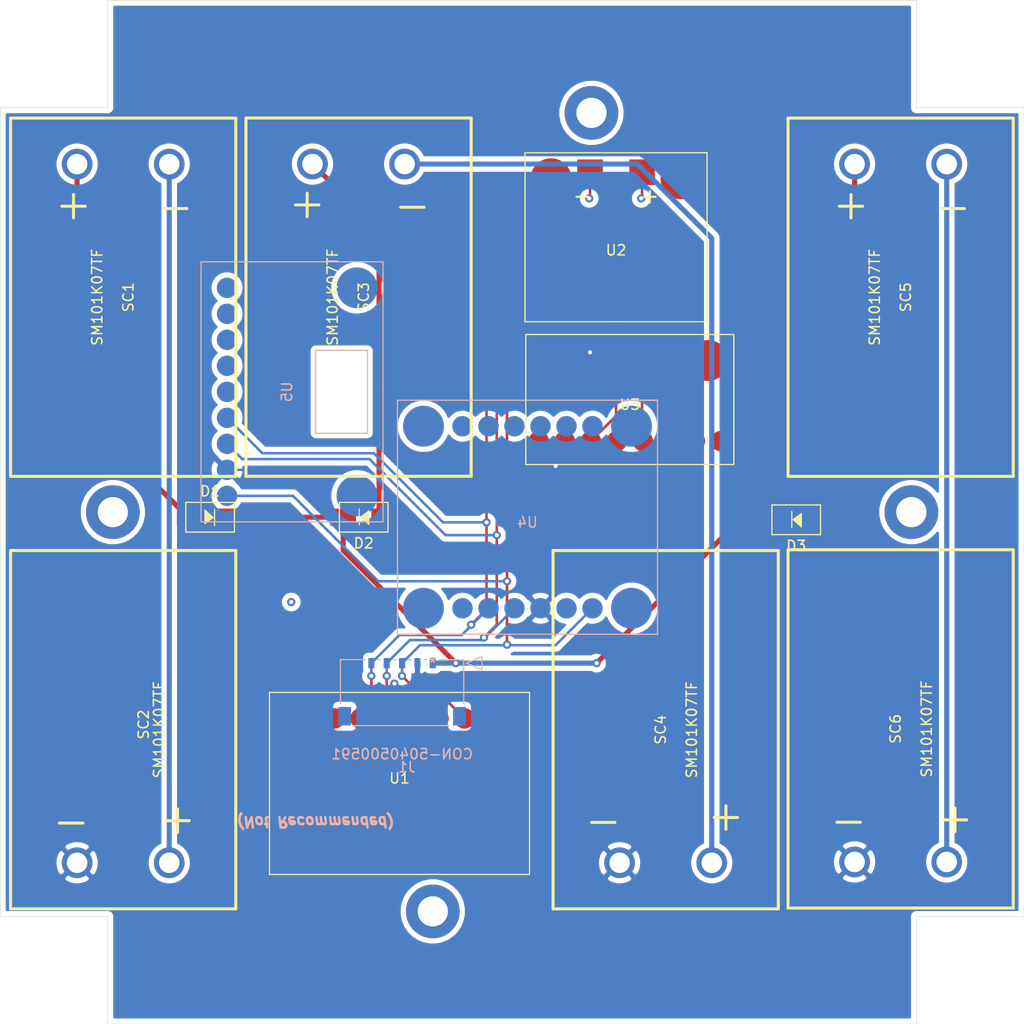
<source format=kicad_pcb>
(kicad_pcb (version 20171130) (host pcbnew "(5.1.10)-1")

  (general
    (thickness 1.6)
    (drawings 41)
    (tracks 500)
    (zones 0)
    (modules 19)
    (nets 53)
  )

  (page A4)
  (title_block
    (title "Solar Configuration for -Z; V4 Stucture")
    (date 2022-05-09)
    (rev 1.0)
  )

  (layers
    (0 F.Cu signal)
    (1 In1.Cu signal)
    (2 In2.Cu signal)
    (31 B.Cu signal)
    (32 B.Adhes user)
    (33 F.Adhes user)
    (34 B.Paste user)
    (35 F.Paste user)
    (36 B.SilkS user)
    (37 F.SilkS user)
    (38 B.Mask user)
    (39 F.Mask user)
    (40 Dwgs.User user hide)
    (41 Cmts.User user)
    (42 Eco1.User user)
    (43 Eco2.User user)
    (44 Edge.Cuts user)
    (45 Margin user hide)
    (46 B.CrtYd user hide)
    (47 F.CrtYd user hide)
    (48 B.Fab user hide)
    (49 F.Fab user hide)
  )

  (setup
    (last_trace_width 0.25)
    (user_trace_width 0.5)
    (trace_clearance 0.2)
    (zone_clearance 0.508)
    (zone_45_only no)
    (trace_min 0.25)
    (via_size 0.8)
    (via_drill 0.4)
    (via_min_size 0.8)
    (via_min_drill 0.3)
    (uvia_size 0.3)
    (uvia_drill 0.1)
    (uvias_allowed no)
    (uvia_min_size 0.3)
    (uvia_min_drill 0.1)
    (edge_width 0.05)
    (segment_width 0.2)
    (pcb_text_width 0.3)
    (pcb_text_size 1.5 1.5)
    (mod_edge_width 0.12)
    (mod_text_size 1 1)
    (mod_text_width 0.15)
    (pad_size 1.7 1.7)
    (pad_drill 1)
    (pad_to_mask_clearance 0)
    (aux_axis_origin 0 0)
    (visible_elements 7FFFFFFF)
    (pcbplotparams
      (layerselection 0x010fc_ffffffff)
      (usegerberextensions false)
      (usegerberattributes true)
      (usegerberadvancedattributes true)
      (creategerberjobfile true)
      (excludeedgelayer true)
      (linewidth 0.100000)
      (plotframeref false)
      (viasonmask false)
      (mode 1)
      (useauxorigin false)
      (hpglpennumber 1)
      (hpglpenspeed 20)
      (hpglpendiameter 15.000000)
      (psnegative false)
      (psa4output false)
      (plotreference true)
      (plotvalue true)
      (plotinvisibletext false)
      (padsonsilk false)
      (subtractmaskfromsilk false)
      (outputformat 1)
      (mirror false)
      (drillshape 0)
      (scaleselection 1)
      (outputdirectory "Extras/-Z/"))
  )

  (net 0 "")
  (net 1 GND)
  (net 2 +3V3)
  (net 3 VSOLAR)
  (net 4 "Net-(SC1-Pad2)")
  (net 5 "Net-(SC3-Pad2)")
  (net 6 "Net-(D1-Pad2)")
  (net 7 "Net-(D2-Pad2)")
  (net 8 SDA)
  (net 9 SCL)
  (net 10 "Net-(U1-Pad7)")
  (net 11 "Net-(U1-Pad8)")
  (net 12 "Net-(U1-Pad9)")
  (net 13 "Net-(U1-Pad2)")
  (net 14 "Net-(U1-Pad6)")
  (net 15 "Net-(U1-Pad10)")
  (net 16 "Net-(U2-Pad6)")
  (net 17 "Net-(U2-Pad9)")
  (net 18 "Net-(U2-Pad8)")
  (net 19 "Net-(U2-Pad5)")
  (net 20 "Net-(U3-Pad9)")
  (net 21 "Net-(U3-Pad10)")
  (net 22 "Net-(U3-Pad8)")
  (net 23 "Net-(U3-Pad7)")
  (net 24 "Net-(U3-Pad6)")
  (net 25 "Net-(U3-Pad5)")
  (net 26 "Net-(D3-Pad2)")
  (net 27 "Net-(SC5-Pad2)")
  (net 28 "Net-(U4-Pad11)")
  (net 29 "Net-(U4-Pad12)")
  (net 30 "Net-(U4-Pad16)")
  (net 31 "Net-(U4-Pad7)")
  (net 32 "Net-(U4-Pad15)")
  (net 33 "Net-(U4-Pad8)")
  (net 34 "Net-(U4-Pad9)")
  (net 35 "Net-(U4-Pad10)")
  (net 36 "Net-(U4-Pad13)")
  (net 37 "Net-(U4-Pad2)")
  (net 38 "Net-(U4-Pad6)")
  (net 39 "Net-(U4-Pad14)")
  (net 40 "Net-(U5-Pad5)")
  (net 41 "Net-(U5-Pad6)")
  (net 42 "Net-(U5-Pad11)")
  (net 43 "Net-(U5-Pad10)")
  (net 44 "Net-(U5-Pad8)")
  (net 45 "Net-(U5-Pad7)")
  (net 46 "Net-(U5-Pad9)")
  (net 47 "Net-(J1-Pad7)")
  (net 48 "Net-(J1-Pad6)")
  (net 49 "Net-(J2-Pad1)")
  (net 50 "Net-(J3-Pad1)")
  (net 51 "Net-(J4-Pad1)")
  (net 52 "Net-(J5-Pad1)")

  (net_class Default "This is the default net class."
    (clearance 0.2)
    (trace_width 0.25)
    (via_dia 0.8)
    (via_drill 0.4)
    (uvia_dia 0.3)
    (uvia_drill 0.1)
    (add_net +3V3)
    (add_net GND)
    (add_net "Net-(D1-Pad2)")
    (add_net "Net-(D2-Pad2)")
    (add_net "Net-(D3-Pad2)")
    (add_net "Net-(J1-Pad6)")
    (add_net "Net-(J1-Pad7)")
    (add_net "Net-(J2-Pad1)")
    (add_net "Net-(J3-Pad1)")
    (add_net "Net-(J4-Pad1)")
    (add_net "Net-(J5-Pad1)")
    (add_net "Net-(SC1-Pad2)")
    (add_net "Net-(SC3-Pad2)")
    (add_net "Net-(SC5-Pad2)")
    (add_net "Net-(U1-Pad10)")
    (add_net "Net-(U1-Pad2)")
    (add_net "Net-(U1-Pad6)")
    (add_net "Net-(U1-Pad7)")
    (add_net "Net-(U1-Pad8)")
    (add_net "Net-(U1-Pad9)")
    (add_net "Net-(U2-Pad5)")
    (add_net "Net-(U2-Pad6)")
    (add_net "Net-(U2-Pad8)")
    (add_net "Net-(U2-Pad9)")
    (add_net "Net-(U3-Pad10)")
    (add_net "Net-(U3-Pad5)")
    (add_net "Net-(U3-Pad6)")
    (add_net "Net-(U3-Pad7)")
    (add_net "Net-(U3-Pad8)")
    (add_net "Net-(U3-Pad9)")
    (add_net "Net-(U4-Pad10)")
    (add_net "Net-(U4-Pad11)")
    (add_net "Net-(U4-Pad12)")
    (add_net "Net-(U4-Pad13)")
    (add_net "Net-(U4-Pad14)")
    (add_net "Net-(U4-Pad15)")
    (add_net "Net-(U4-Pad16)")
    (add_net "Net-(U4-Pad2)")
    (add_net "Net-(U4-Pad6)")
    (add_net "Net-(U4-Pad7)")
    (add_net "Net-(U4-Pad8)")
    (add_net "Net-(U4-Pad9)")
    (add_net "Net-(U5-Pad10)")
    (add_net "Net-(U5-Pad11)")
    (add_net "Net-(U5-Pad5)")
    (add_net "Net-(U5-Pad6)")
    (add_net "Net-(U5-Pad7)")
    (add_net "Net-(U5-Pad8)")
    (add_net "Net-(U5-Pad9)")
    (add_net SCL)
    (add_net SDA)
    (add_net VSOLAR)
  )

  (module SolarPanelBoards:APDS9960 (layer F.Cu) (tedit 6275D630) (tstamp 627A265B)
    (at 138.5 111.5 180)
    (path /627B918E)
    (fp_text reference U1 (at 0 0.5) (layer F.SilkS)
      (effects (font (size 1 1) (thickness 0.15)))
    )
    (fp_text value APDS9960_Breakout (at 0 -0.5) (layer F.Fab)
      (effects (font (size 1 1) (thickness 0.15)))
    )
    (fp_line (start 0 8.89) (end 12.7 8.89) (layer F.SilkS) (width 0.12))
    (fp_line (start 12.7 0) (end 12.7 8.89) (layer F.SilkS) (width 0.12))
    (fp_line (start 0 8.89) (end -12.7 8.89) (layer F.SilkS) (width 0.12))
    (fp_line (start -12.7 0) (end -12.7 8.89) (layer F.SilkS) (width 0.12))
    (fp_line (start 12.7 0) (end 12.7 -8.89) (layer F.SilkS) (width 0.12))
    (fp_line (start 0 -8.89) (end 12.7 -8.89) (layer F.SilkS) (width 0.12))
    (fp_line (start 0 -8.89) (end -12.7 -8.89) (layer F.SilkS) (width 0.12))
    (fp_line (start -12.7 0) (end -12.7 -8.89) (layer F.SilkS) (width 0.12))
    (pad 10 smd circle (at 10.16 6.35 180) (size 4 4) (layers F.Cu F.Paste F.Mask)
      (net 15 "Net-(U1-Pad10)"))
    (pad 4 smd circle (at 1.27 6.35 180) (size 2 2) (layers F.Cu F.Paste F.Mask)
      (net 9 SCL))
    (pad 5 smd circle (at 3.81 6.35 180) (size 2 2) (layers F.Cu F.Paste F.Mask)
      (net 8 SDA))
    (pad 6 smd circle (at 6.35 6.35 180) (size 2 2) (layers F.Cu F.Paste F.Mask)
      (net 14 "Net-(U1-Pad6)"))
    (pad 1 smd circle (at -6.35 6.35 180) (size 2 2) (layers F.Cu F.Paste F.Mask)
      (net 2 +3V3))
    (pad 3 smd circle (at -1.27 6.35 180) (size 2 2) (layers F.Cu F.Paste F.Mask)
      (net 1 GND))
    (pad 2 smd circle (at -3.81 6.35 180) (size 2 2) (layers F.Cu F.Paste F.Mask)
      (net 13 "Net-(U1-Pad2)"))
    (pad 9 smd circle (at -10.16 6.35 180) (size 4 4) (layers F.Cu F.Paste F.Mask)
      (net 12 "Net-(U1-Pad9)"))
    (pad 8 smd circle (at 10.16 -6.35) (size 4 4) (layers F.Cu F.Paste F.Mask)
      (net 11 "Net-(U1-Pad8)"))
    (pad 7 smd circle (at -10.16 -6.35) (size 4 4) (layers F.Cu F.Paste F.Mask)
      (net 10 "Net-(U1-Pad7)"))
    (model ${KIPRJMOD}/Extras/3-DComponents/APDS9960.STEP
      (offset (xyz 12.75 8.75 0))
      (scale (xyz 1 1 1))
      (rotate (xyz 90 180 0))
    )
  )

  (module SolarPanelBoards:MountingHoles (layer F.Cu) (tedit 62799324) (tstamp 6279FA77)
    (at 188.5 85)
    (path /627AFD2B)
    (fp_text reference J5 (at 0 0.5) (layer F.SilkS)
      (effects (font (size 1 1) (thickness 0.15)))
    )
    (fp_text value Conn_01x01 (at 0 -0.5) (layer F.Fab)
      (effects (font (size 1 1) (thickness 0.15)))
    )
    (pad 1 thru_hole circle (at 0 0) (size 5.25 5.25) (drill 2.95) (layers *.Cu *.Mask)
      (net 52 "Net-(J5-Pad1)"))
  )

  (module SolarPanelBoards:MountingHoles (layer F.Cu) (tedit 62799324) (tstamp 6279FA72)
    (at 157.25 46)
    (path /627AF8FB)
    (fp_text reference J4 (at 0 0.5) (layer F.SilkS)
      (effects (font (size 1 1) (thickness 0.15)))
    )
    (fp_text value Conn_01x01 (at 0 -0.5) (layer F.Fab)
      (effects (font (size 1 1) (thickness 0.15)))
    )
    (pad 1 thru_hole circle (at 0 0) (size 5.25 5.25) (drill 2.95) (layers *.Cu *.Mask)
      (net 51 "Net-(J4-Pad1)"))
  )

  (module SolarPanelBoards:MountingHoles (layer F.Cu) (tedit 62799324) (tstamp 6279FA6D)
    (at 141.75 124)
    (path /627AF4DB)
    (fp_text reference J3 (at 0 0.5) (layer F.SilkS)
      (effects (font (size 1 1) (thickness 0.15)))
    )
    (fp_text value Conn_01x01 (at 0 -0.5) (layer F.Fab)
      (effects (font (size 1 1) (thickness 0.15)))
    )
    (pad 1 thru_hole circle (at 0 0) (size 5.25 5.25) (drill 2.95) (layers *.Cu *.Mask)
      (net 50 "Net-(J3-Pad1)"))
  )

  (module SolarPanelBoards:MountingHoles (layer F.Cu) (tedit 62799324) (tstamp 6279FA68)
    (at 110.5 85)
    (path /627AF0A0)
    (fp_text reference J2 (at 0 0.5) (layer F.SilkS)
      (effects (font (size 1 1) (thickness 0.15)))
    )
    (fp_text value Conn_01x01 (at 0 -0.5) (layer F.Fab)
      (effects (font (size 1 1) (thickness 0.15)))
    )
    (pad 1 thru_hole circle (at 0 0) (size 5.25 5.25) (drill 2.95) (layers *.Cu *.Mask)
      (net 49 "Net-(J2-Pad1)"))
  )

  (module SolarPanelBoards:BNO080 (layer B.Cu) (tedit 6275D6A8) (tstamp 627674CA)
    (at 151 85.5 180)
    (path /62738450)
    (fp_text reference U4 (at 0 -0.5) (layer B.SilkS)
      (effects (font (size 1 1) (thickness 0.15)) (justify mirror))
    )
    (fp_text value BNO080_Breakout (at 0 0.5) (layer B.Fab)
      (effects (font (size 1 1) (thickness 0.15)) (justify mirror))
    )
    (fp_line (start 0 -11.43) (end 12.7 -11.43) (layer B.SilkS) (width 0.12))
    (fp_line (start 12.7 -2.54) (end 12.7 -11.43) (layer B.SilkS) (width 0.12))
    (fp_line (start 0 -11.43) (end -12.7 -11.43) (layer B.SilkS) (width 0.12))
    (fp_line (start -12.7 -2.54) (end -12.7 -11.43) (layer B.SilkS) (width 0.12))
    (fp_line (start 12.7 -11.43) (end 10.922 -11.43) (layer B.SilkS) (width 0.12))
    (fp_line (start 12.7 -2.54) (end 12.7 0) (layer B.SilkS) (width 0.12))
    (fp_line (start -12.7 -2.54) (end -12.7 0) (layer B.SilkS) (width 0.12))
    (fp_line (start 12.7 2.54) (end 12.7 0) (layer B.SilkS) (width 0.12))
    (fp_line (start 0 11.43) (end 12.7 11.43) (layer B.SilkS) (width 0.12))
    (fp_line (start 0 11.43) (end -12.7 11.43) (layer B.SilkS) (width 0.12))
    (fp_line (start -12.7 11.43) (end -10.922 11.43) (layer B.SilkS) (width 0.12))
    (fp_line (start -12.7 2.54) (end -12.7 0) (layer B.SilkS) (width 0.12))
    (fp_line (start -12.7 2.54) (end -12.7 11.43) (layer B.SilkS) (width 0.12))
    (fp_line (start 12.7 2.54) (end 12.7 11.43) (layer B.SilkS) (width 0.12))
    (pad 11 smd circle (at 3.81 8.89) (size 2 2) (layers B.Cu B.Paste B.Mask)
      (net 28 "Net-(U4-Pad11)"))
    (pad 12 smd circle (at 6.35 8.89) (size 2 2) (layers B.Cu B.Paste B.Mask)
      (net 29 "Net-(U4-Pad12)"))
    (pad 16 smd circle (at 10.16 8.89) (size 4 4) (layers B.Cu B.Paste B.Mask)
      (net 30 "Net-(U4-Pad16)"))
    (pad 7 smd circle (at -6.35 8.89) (size 2 2) (layers B.Cu B.Paste B.Mask)
      (net 31 "Net-(U4-Pad7)"))
    (pad 15 smd circle (at -10.16 8.89) (size 4 4) (layers B.Cu B.Paste B.Mask)
      (net 32 "Net-(U4-Pad15)"))
    (pad 8 smd circle (at -3.81 8.89) (size 2 2) (layers B.Cu B.Paste B.Mask)
      (net 33 "Net-(U4-Pad8)"))
    (pad 9 smd circle (at -1.27 8.89) (size 2 2) (layers B.Cu B.Paste B.Mask)
      (net 34 "Net-(U4-Pad9)"))
    (pad 10 smd circle (at 1.27 8.89) (size 2 2) (layers B.Cu B.Paste B.Mask)
      (net 35 "Net-(U4-Pad10)"))
    (pad 13 smd circle (at -10.16 -8.89 180) (size 4 4) (layers B.Cu B.Paste B.Mask)
      (net 36 "Net-(U4-Pad13)"))
    (pad 2 smd circle (at -3.81 -8.89 180) (size 2 2) (layers B.Cu B.Paste B.Mask)
      (net 37 "Net-(U4-Pad2)"))
    (pad 3 smd circle (at -1.27 -8.89 180) (size 2 2) (layers B.Cu B.Paste B.Mask)
      (net 1 GND))
    (pad 1 smd circle (at -6.35 -8.89 180) (size 2 2) (layers B.Cu B.Paste B.Mask)
      (net 2 +3V3))
    (pad 6 smd circle (at 6.35 -8.89 180) (size 2 2) (layers B.Cu B.Paste B.Mask)
      (net 38 "Net-(U4-Pad6)"))
    (pad 5 smd circle (at 3.81 -8.89 180) (size 2 2) (layers B.Cu B.Paste B.Mask)
      (net 8 SDA))
    (pad 4 smd circle (at 1.27 -8.89 180) (size 2 2) (layers B.Cu B.Paste B.Mask)
      (net 9 SCL))
    (pad 14 smd circle (at 10.16 -8.89 180) (size 4 4) (layers B.Cu B.Paste B.Mask)
      (net 39 "Net-(U4-Pad14)"))
    (model ${KIPRJMOD}/Extras/3-DComponents/BNO085.STEP
      (offset (xyz 12.75 11.5 0))
      (scale (xyz 1 1 1))
      (rotate (xyz 90 180 0))
    )
  )

  (module SolarPanelBoards:CON_5040500591 (layer B.Cu) (tedit 62771E74) (tstamp 627790F3)
    (at 141.75 99.75)
    (path /6279044E)
    (fp_text reference J1 (at -2.54 10.16) (layer B.SilkS)
      (effects (font (size 1 1) (thickness 0.15)) (justify mirror))
    )
    (fp_text value CON-5040500591 (at -3.000002 8.89) (layer B.SilkS)
      (effects (font (size 1 1) (thickness 0.15)) (justify mirror))
    )
    (fp_line (start -10.294989 7.370001) (end -10.294989 -1.61) (layer B.CrtYd) (width 0.05))
    (fp_line (start -10.294989 -1.61) (end 4.294987 -1.61) (layer B.CrtYd) (width 0.05))
    (fp_line (start 4.294987 -1.61) (end 4.294987 7.370001) (layer B.CrtYd) (width 0.05))
    (fp_line (start 4.294987 7.370001) (end -10.294989 7.370001) (layer B.CrtYd) (width 0.05))
    (fp_line (start 3.278987 0) (end 4.802987 0.635) (layer B.SilkS) (width 0.12))
    (fp_line (start 4.802987 0.635) (end 4.802987 -0.635) (layer B.SilkS) (width 0.12))
    (fp_line (start 4.802987 -0.635) (end 3.278987 0) (layer B.SilkS) (width 0.12))
    (fp_line (start 3.278987 0) (end 4.802987 0.635) (layer B.Fab) (width 0.1))
    (fp_line (start 4.802987 0.635) (end 4.802987 -0.635) (layer B.Fab) (width 0.1))
    (fp_line (start 4.802987 -0.635) (end 3.278987 0) (layer B.Fab) (width 0.1))
    (fp_line (start -9.024989 3.96996) (end -9.024989 -0.34) (layer B.SilkS) (width 0.12))
    (fp_line (start -9.024989 -0.34) (end -6.620041 -0.34) (layer B.SilkS) (width 0.12))
    (fp_line (start 3.024988 -0.34) (end 3.024988 3.96996) (layer B.SilkS) (width 0.12))
    (fp_line (start 1.660115 6.1) (end -7.660116 6.1) (layer B.SilkS) (width 0.12))
    (fp_line (start -9.024989 -0.34) (end 3.024988 -0.34) (layer B.Fab) (width 0.1))
    (fp_line (start 3.024988 -0.34) (end 3.024988 6.100001) (layer B.Fab) (width 0.1))
    (fp_line (start 3.024988 6.100001) (end -9.024989 6.100001) (layer B.Fab) (width 0.1))
    (fp_line (start -9.024989 6.100001) (end -9.024989 -0.34) (layer B.Fab) (width 0.1))
    (fp_line (start 0.62004 -0.34) (end 3.024988 -0.34) (layer B.SilkS) (width 0.12))
    (fp_line (start -0.87996 -0.34) (end -0.62004 -0.34) (layer B.SilkS) (width 0.12))
    (fp_line (start -2.379959 -0.34) (end -2.12004 -0.34) (layer B.SilkS) (width 0.12))
    (fp_line (start -3.879961 -0.34) (end -3.620039 -0.34) (layer B.SilkS) (width 0.12))
    (fp_line (start -5.379961 -0.34) (end -5.120041 -0.34) (layer B.SilkS) (width 0.12))
    (fp_line (start -10.294989 7.370001) (end -10.294989 -1.61) (layer B.CrtYd) (width 0.05))
    (fp_line (start -10.294989 -1.61) (end 4.294987 -1.61) (layer B.CrtYd) (width 0.05))
    (fp_line (start 4.294987 -1.61) (end 4.294987 7.370001) (layer B.CrtYd) (width 0.05))
    (fp_line (start 4.294987 7.370001) (end -10.294989 7.370001) (layer B.CrtYd) (width 0.05))
    (fp_text user MAXIMUM_PACKAGE_HEIGHT:_2_MM (at -9.024989 -6.599999) (layer Cmts.User)
      (effects (font (size 1 1) (thickness 0.15)))
    )
    (fp_text user MAXIMUM_PACKAGE_HEIGHT:_2_MM (at -9.024989 -6.599999) (layer Cmts.User)
      (effects (font (size 1 1) (thickness 0.15)))
    )
    (fp_text user NOTE (at -9.024989 -4.059999) (layer Cmts.User)
      (effects (font (size 1 1) (thickness 0.15)))
    )
    (fp_text user NOTE (at -9.024989 -4.059999) (layer Cmts.User)
      (effects (font (size 1 1) (thickness 0.15)))
    )
    (fp_text user 5040500591 (at -0.206002 -2.961997) (layer B.Fab)
      (effects (font (size 1 1) (thickness 0.15)) (justify mirror))
    )
    (fp_text user * (at 0 0) (layer B.Fab)
      (effects (font (size 1 1) (thickness 0.15)) (justify mirror))
    )
    (fp_text user * (at 0 0) (layer B.SilkS)
      (effects (font (size 1 1) (thickness 0.15)) (justify mirror))
    )
    (fp_text user "Copyright 2021 Accelerated Designs. All rights reserved." (at 0 0) (layer Cmts.User)
      (effects (font (size 0.127 0.127) (thickness 0.002)))
    )
    (pad 7 smd rect (at -8.604999 5.19) (size 1.25 1.8) (layers B.Cu B.Paste B.Mask)
      (net 47 "Net-(J1-Pad7)"))
    (pad 6 smd rect (at 2.604999 5.19) (size 1.25 1.8) (layers B.Cu B.Paste B.Mask)
      (net 48 "Net-(J1-Pad6)"))
    (pad 5 smd rect (at -6.000001 0) (size 0.6 1) (layers B.Cu B.Paste B.Mask)
      (net 8 SDA))
    (pad 4 smd rect (at -4.500001 0) (size 0.6 1) (layers B.Cu B.Paste B.Mask)
      (net 9 SCL))
    (pad 3 smd rect (at -2.999999 0) (size 0.6 1) (layers B.Cu B.Paste B.Mask)
      (net 2 +3V3))
    (pad 2 smd rect (at -1.5 0) (size 0.6 1) (layers B.Cu B.Paste B.Mask)
      (net 1 GND))
    (pad 1 smd rect (at 0 0) (size 0.6 1) (layers B.Cu B.Paste B.Mask)
      (net 3 VSOLAR))
    (model ${KIPRJMOD}/Extras/3-DComponents/5040500591.stp
      (offset (xyz -3 4.75 1))
      (scale (xyz 1 1 1))
      (rotate (xyz 0 0 0))
    )
  )

  (module SolarPanelBoards:MCP9601 (layer B.Cu) (tedit 6275D877) (tstamp 62767080)
    (at 128 73.25 90)
    (path /62750886)
    (fp_text reference U5 (at 0 -0.5 90) (layer B.SilkS)
      (effects (font (size 1 1) (thickness 0.15)) (justify mirror))
    )
    (fp_text value MCP9601_Breakout (at 0 0.5 90) (layer B.Fab)
      (effects (font (size 1 1) (thickness 0.15)) (justify mirror))
    )
    (fp_line (start 4.064 7.366) (end 4.064 6.858) (layer B.SilkS) (width 0.12))
    (fp_line (start -4.064 7.366) (end 4.064 7.366) (layer B.SilkS) (width 0.12))
    (fp_line (start -4.064 6.858) (end -4.064 7.366) (layer B.SilkS) (width 0.12))
    (fp_line (start -4.064 2.286) (end -4.064 3.302) (layer B.SilkS) (width 0.12))
    (fp_line (start 4.064 2.286) (end -4.064 2.286) (layer B.SilkS) (width 0.12))
    (fp_line (start 4.064 3.302) (end 4.064 2.286) (layer B.SilkS) (width 0.12))
    (fp_line (start -4.064 6.858) (end -4.064 3.302) (layer B.SilkS) (width 0.12))
    (fp_line (start 4.064 3.302) (end 4.064 6.858) (layer B.SilkS) (width 0.12))
    (fp_line (start -12.7 0) (end -12.7 8.89) (layer B.SilkS) (width 0.12))
    (fp_line (start 0 8.89) (end -12.7 8.89) (layer B.SilkS) (width 0.12))
    (fp_line (start 0 8.89) (end 12.7 8.89) (layer B.SilkS) (width 0.12))
    (fp_line (start 12.7 0) (end 12.7 8.89) (layer B.SilkS) (width 0.12))
    (fp_line (start -12.7 0) (end -12.7 -8.89) (layer B.SilkS) (width 0.12))
    (fp_line (start 0 -8.89) (end -12.7 -8.89) (layer B.SilkS) (width 0.12))
    (fp_line (start 12.7 0) (end 12.7 -8.89) (layer B.SilkS) (width 0.12))
    (fp_line (start 0 -8.89) (end 12.7 -8.89) (layer B.SilkS) (width 0.12))
    (pad 4 smd circle (at -2.54 -6.35 90) (size 2 2) (layers B.Cu B.Paste B.Mask)
      (net 8 SDA))
    (pad 5 smd circle (at 0 -6.35 90) (size 2 2) (layers B.Cu B.Paste B.Mask)
      (net 40 "Net-(U5-Pad5)"))
    (pad 6 smd circle (at 2.54 -6.35 90) (size 2 2) (layers B.Cu B.Paste B.Mask)
      (net 41 "Net-(U5-Pad6)"))
    (pad 1 smd circle (at -10.16 -6.35 90) (size 2 2) (layers B.Cu B.Paste B.Mask)
      (net 2 +3V3))
    (pad 3 smd circle (at -5.08 -6.35 90) (size 2 2) (layers B.Cu B.Paste B.Mask)
      (net 9 SCL))
    (pad 2 smd circle (at -7.62 -6.35 90) (size 2 2) (layers B.Cu B.Paste B.Mask)
      (net 1 GND))
    (pad 11 smd circle (at 10.16 6.35 270) (size 4 4) (layers B.Cu B.Paste B.Mask)
      (net 42 "Net-(U5-Pad11)"))
    (pad 10 smd circle (at -10.16 6.35 270) (size 4 4) (layers B.Cu B.Paste B.Mask)
      (net 43 "Net-(U5-Pad10)"))
    (pad 8 smd circle (at 7.62 -6.35 90) (size 2 2) (layers B.Cu B.Paste B.Mask)
      (net 44 "Net-(U5-Pad8)"))
    (pad 7 smd circle (at 5.08 -6.35 90) (size 2 2) (layers B.Cu B.Paste B.Mask)
      (net 45 "Net-(U5-Pad7)"))
    (pad 9 smd circle (at 10.16 -6.35 90) (size 2 2) (layers B.Cu B.Paste B.Mask)
      (net 46 "Net-(U5-Pad9)"))
    (model ${KIPRJMOD}/Extras/3-DComponents/MCP9601.STEP
      (offset (xyz -12.75 -9 0))
      (scale (xyz 1 1 1))
      (rotate (xyz -90 0 0))
    )
  )

  (module SolarPanelBoards:DO-214AC (layer F.Cu) (tedit 6275D7B7) (tstamp 62765C45)
    (at 177.25 85.75)
    (descr "Diode Footprint for CDBA240LL-HF")
    (path /62735B03)
    (attr smd)
    (fp_text reference D3 (at 0 2.54) (layer F.SilkS)
      (effects (font (size 1 1) (thickness 0.15)))
    )
    (fp_text value CDBA240LL-HF (at 0 -2.54) (layer F.Fab)
      (effects (font (size 1 1) (thickness 0.15)))
    )
    (fp_line (start -0.4318 -0.8128) (end -0.4318 0.7366) (layer F.SilkS) (width 0.12))
    (fp_poly (pts (xy 0.508 0.7112) (xy -0.3048 -0.0254) (xy 0.508 -0.635)) (layer F.SilkS) (width 0.1))
    (fp_line (start -2.375 -1.45) (end 2.375 -1.45) (layer F.SilkS) (width 0.12))
    (fp_line (start -2.375 1.45) (end -2.375 -1.45) (layer F.SilkS) (width 0.12))
    (fp_line (start 2.375 1.45) (end 2.375 -1.45) (layer F.SilkS) (width 0.12))
    (fp_line (start -2.375 1.45) (end 2.375 1.45) (layer F.SilkS) (width 0.12))
    (pad 2 smd rect (at 2 0) (size 2.5 1.7) (layers F.Cu F.Paste F.Mask)
      (net 26 "Net-(D3-Pad2)"))
    (pad 1 smd rect (at -2 0) (size 2.5 1.7) (layers F.Cu F.Paste F.Mask)
      (net 3 VSOLAR))
    (model ${KIPRJMOD}/Extras/3-DComponents/CDBA240LL-HF.STEP
      (offset (xyz -2.5 1.25 0))
      (scale (xyz 1 1 1))
      (rotate (xyz -90 0 0))
    )
  )

  (module SolarPanelBoards:DO-214AC (layer F.Cu) (tedit 6275D7B7) (tstamp 62765C39)
    (at 135 85.5)
    (descr "Diode Footprint for CDBA240LL-HF")
    (path /61455D66)
    (attr smd)
    (fp_text reference D2 (at 0 2.54) (layer F.SilkS)
      (effects (font (size 1 1) (thickness 0.15)))
    )
    (fp_text value CDBA240LL-HF (at 0 -2.54) (layer F.Fab)
      (effects (font (size 1 1) (thickness 0.15)))
    )
    (fp_line (start -0.4318 -0.8128) (end -0.4318 0.7366) (layer F.SilkS) (width 0.12))
    (fp_poly (pts (xy 0.508 0.7112) (xy -0.3048 -0.0254) (xy 0.508 -0.635)) (layer F.SilkS) (width 0.1))
    (fp_line (start -2.375 -1.45) (end 2.375 -1.45) (layer F.SilkS) (width 0.12))
    (fp_line (start -2.375 1.45) (end -2.375 -1.45) (layer F.SilkS) (width 0.12))
    (fp_line (start 2.375 1.45) (end 2.375 -1.45) (layer F.SilkS) (width 0.12))
    (fp_line (start -2.375 1.45) (end 2.375 1.45) (layer F.SilkS) (width 0.12))
    (pad 2 smd rect (at 2 0) (size 2.5 1.7) (layers F.Cu F.Paste F.Mask)
      (net 7 "Net-(D2-Pad2)"))
    (pad 1 smd rect (at -2 0) (size 2.5 1.7) (layers F.Cu F.Paste F.Mask)
      (net 3 VSOLAR))
    (model ${KIPRJMOD}/Extras/3-DComponents/CDBA240LL-HF.STEP
      (offset (xyz -2.5 1.25 0))
      (scale (xyz 1 1 1))
      (rotate (xyz -90 0 0))
    )
  )

  (module SolarPanelBoards:DO-214AC (layer F.Cu) (tedit 6275D7B7) (tstamp 62765C2D)
    (at 120 85.5 180)
    (descr "Diode Footprint for CDBA240LL-HF")
    (path /61067859)
    (attr smd)
    (fp_text reference D1 (at 0 2.54) (layer F.SilkS)
      (effects (font (size 1 1) (thickness 0.15)))
    )
    (fp_text value CDBA240LL-HF (at 0 -2.54) (layer F.Fab)
      (effects (font (size 1 1) (thickness 0.15)))
    )
    (fp_line (start -0.4318 -0.8128) (end -0.4318 0.7366) (layer F.SilkS) (width 0.12))
    (fp_poly (pts (xy 0.508 0.7112) (xy -0.3048 -0.0254) (xy 0.508 -0.635)) (layer F.SilkS) (width 0.1))
    (fp_line (start -2.375 -1.45) (end 2.375 -1.45) (layer F.SilkS) (width 0.12))
    (fp_line (start -2.375 1.45) (end -2.375 -1.45) (layer F.SilkS) (width 0.12))
    (fp_line (start 2.375 1.45) (end 2.375 -1.45) (layer F.SilkS) (width 0.12))
    (fp_line (start -2.375 1.45) (end 2.375 1.45) (layer F.SilkS) (width 0.12))
    (pad 2 smd rect (at 2 0 180) (size 2.5 1.7) (layers F.Cu F.Paste F.Mask)
      (net 6 "Net-(D1-Pad2)"))
    (pad 1 smd rect (at -2 0 180) (size 2.5 1.7) (layers F.Cu F.Paste F.Mask)
      (net 3 VSOLAR))
    (model ${KIPRJMOD}/Extras/3-DComponents/CDBA240LL-HF.STEP
      (offset (xyz -2.5 1.25 0))
      (scale (xyz 1 1 1))
      (rotate (xyz -90 0 0))
    )
  )

  (module SolarPanelBoards:MCP9808 (layer F.Cu) (tedit 6275D907) (tstamp 627658FF)
    (at 161 74)
    (path /62748135)
    (fp_text reference U3 (at 0 0.5) (layer F.SilkS)
      (effects (font (size 1 1) (thickness 0.15)))
    )
    (fp_text value MCP9808_Breakout (at 0 -0.5) (layer F.Fab)
      (effects (font (size 1 1) (thickness 0.15)))
    )
    (fp_line (start 0 -6.35) (end -10.16 -6.35) (layer F.SilkS) (width 0.12))
    (fp_line (start -10.16 -6.35) (end -10.16 0) (layer F.SilkS) (width 0.12))
    (fp_line (start 0 -6.35) (end 10.16 -6.35) (layer F.SilkS) (width 0.12))
    (fp_line (start 10.16 -6.35) (end 10.16 0) (layer F.SilkS) (width 0.12))
    (fp_line (start -10.16 6.35) (end -10.16 0) (layer F.SilkS) (width 0.12))
    (fp_line (start 0 6.35) (end -10.16 6.35) (layer F.SilkS) (width 0.12))
    (fp_line (start 10.16 6.35) (end 10.16 0) (layer F.SilkS) (width 0.12))
    (fp_line (start 0 6.35) (end 10.16 6.35) (layer F.SilkS) (width 0.12))
    (pad 9 smd circle (at -7.62 -3.81) (size 4 4) (layers F.Cu F.Paste F.Mask)
      (net 20 "Net-(U3-Pad9)"))
    (pad 10 smd circle (at 7.62 -3.81) (size 4 4) (layers F.Cu F.Paste F.Mask)
      (net 21 "Net-(U3-Pad10)"))
    (pad 3 smd circle (at -3.81 4.064) (size 2 2) (layers F.Cu F.Paste F.Mask)
      (net 9 SCL))
    (pad 4 smd circle (at -1.27 4.064) (size 2 2) (layers F.Cu F.Paste F.Mask)
      (net 8 SDA))
    (pad 1 smd circle (at -8.89 4.064) (size 2 2) (layers F.Cu F.Paste F.Mask)
      (net 2 +3V3))
    (pad 2 smd circle (at -6.35 4.064) (size 2 2) (layers F.Cu F.Paste F.Mask)
      (net 1 GND))
    (pad 8 smd circle (at 8.89 4.064) (size 2 2) (layers F.Cu F.Paste F.Mask)
      (net 22 "Net-(U3-Pad8)"))
    (pad 7 smd circle (at 6.35 4.064) (size 2 2) (layers F.Cu F.Paste F.Mask)
      (net 23 "Net-(U3-Pad7)"))
    (pad 6 smd circle (at 3.81 4.064) (size 2 2) (layers F.Cu F.Paste F.Mask)
      (net 24 "Net-(U3-Pad6)"))
    (pad 5 smd circle (at 1.27 4.064) (size 2 2) (layers F.Cu F.Paste F.Mask)
      (net 25 "Net-(U3-Pad5)"))
    (model ${KIPRJMOD}/Extras/3-DComponents/MCP9808.STEP
      (offset (xyz -10.5 -6.5 0))
      (scale (xyz 1 1 1))
      (rotate (xyz -90 0 0))
    )
  )

  (module SolarPanelBoards:DRV2605L (layer F.Cu) (tedit 6275D81F) (tstamp 627642EE)
    (at 159.65 64.5)
    (path /62747843)
    (fp_text reference U2 (at 0 -5.08) (layer F.SilkS)
      (effects (font (size 1 1) (thickness 0.15)))
    )
    (fp_text value DRV2605L_Breakout (at 0 -6.35) (layer F.Fab)
      (effects (font (size 1 1) (thickness 0.15)))
    )
    (fp_line (start -8.89 -14.605) (end 8.89 -14.605) (layer F.SilkS) (width 0.12))
    (fp_line (start 8.89 1.905) (end 8.89 -14.605) (layer F.SilkS) (width 0.12))
    (fp_line (start -8.89 0) (end -8.89 -14.605) (layer F.SilkS) (width 0.12))
    (fp_line (start -8.89 1.905) (end -8.89 0) (layer F.SilkS) (width 0.12))
    (fp_line (start 0 1.905) (end -8.89 1.905) (layer F.SilkS) (width 0.12))
    (fp_line (start 0 1.905) (end 8.89 1.905) (layer F.SilkS) (width 0.12))
    (fp_text user + (at 3.302 -10.414) (layer F.SilkS)
      (effects (font (size 1.5 1.5) (thickness 0.2)))
    )
    (fp_text user - (at -3.302 -10.414) (layer F.SilkS)
      (effects (font (size 1.5 1.5) (thickness 0.2)))
    )
    (pad 7 smd rect (at 2.54 -12.7) (size 2.5 2.5) (layers F.Cu F.Paste F.Mask)
      (net 16 "Net-(U2-Pad6)"))
    (pad 6 smd rect (at -2.54 -12.7) (size 2.5 2.5) (layers F.Cu F.Paste F.Mask)
      (net 16 "Net-(U2-Pad6)"))
    (pad 9 smd circle (at 6.35 -12.065) (size 4 4) (layers F.Cu F.Paste F.Mask)
      (net 17 "Net-(U2-Pad9)"))
    (pad 8 smd circle (at -6.35 -12.065) (size 4 4) (layers F.Cu F.Paste F.Mask)
      (net 18 "Net-(U2-Pad8)"))
    (pad 1 smd circle (at -5.08 0) (size 2 2) (layers F.Cu F.Paste F.Mask)
      (net 2 +3V3))
    (pad 2 smd circle (at -2.54 0) (size 2 2) (layers F.Cu F.Paste F.Mask)
      (net 1 GND))
    (pad 5 smd circle (at 5.08 0) (size 2 2) (layers F.Cu F.Paste F.Mask)
      (net 19 "Net-(U2-Pad5)"))
    (pad 4 smd circle (at 2.54 0) (size 2 2) (layers F.Cu F.Paste F.Mask)
      (net 8 SDA))
    (pad 3 smd circle (at 0 0) (size 2 2) (layers F.Cu F.Paste F.Mask)
      (net 9 SCL))
    (model ${KIPRJMOD}/Extras/3-DComponents/DRV2605L.STEP
      (offset (xyz -9 -2 0))
      (scale (xyz 1 1 1))
      (rotate (xyz -90 0 0))
    )
  )

  (module SolarPanelBoards:SM101K07TF (layer F.Cu) (tedit 614D4B0F) (tstamp 6273A7C4)
    (at 187.452 64.008 90)
    (path /62735AFD)
    (fp_text reference SC5 (at 0 0.5 90) (layer F.SilkS)
      (effects (font (size 1 1) (thickness 0.15)))
    )
    (fp_text value SM101K07TF (at 0 -2.54 90) (layer F.SilkS)
      (effects (font (size 1 1) (thickness 0.15)))
    )
    (fp_line (start -17.5 11) (end -17.5 -11) (layer F.SilkS) (width 0.3))
    (fp_line (start 17.5 11) (end -17.5 11) (layer F.SilkS) (width 0.3))
    (fp_line (start 17.5 -11) (end 17.5 11) (layer F.SilkS) (width 0.3))
    (fp_line (start -17.5 -11) (end 17.5 -11) (layer F.SilkS) (width 0.3))
    (fp_text user - (at 8.89 5.08) (layer F.SilkS)
      (effects (font (size 3 3) (thickness 0.3)))
    )
    (fp_text user + (at 8.89 -5.08 90) (layer F.SilkS)
      (effects (font (size 3 3) (thickness 0.3)))
    )
    (pad 2 thru_hole circle (at 13 4.5 90) (size 3 3) (drill 2) (layers *.Cu *.Mask)
      (net 27 "Net-(SC5-Pad2)"))
    (pad 1 thru_hole circle (at 13 -4.5 90) (size 3 3) (drill 2) (layers *.Cu *.Mask)
      (net 26 "Net-(D3-Pad2)"))
    (model ${KIPRJMOD}/Extras/3-DComponents/SM101K07TF.STEP
      (offset (xyz -17.5 11 0))
      (scale (xyz 1 1 1))
      (rotate (xyz -90 0 90))
    )
  )

  (module SolarPanelBoards:SM101K07TF (layer F.Cu) (tedit 614D4B0F) (tstamp 6273A7B8)
    (at 164.5 106.25 270)
    (path /61285A7B)
    (fp_text reference SC4 (at 0 0.5 90) (layer F.SilkS)
      (effects (font (size 1 1) (thickness 0.15)))
    )
    (fp_text value SM101K07TF (at 0 -2.54 90) (layer F.SilkS)
      (effects (font (size 1 1) (thickness 0.15)))
    )
    (fp_line (start -17.5 -11) (end 17.5 -11) (layer F.SilkS) (width 0.3))
    (fp_line (start 17.5 -11) (end 17.5 11) (layer F.SilkS) (width 0.3))
    (fp_line (start 17.5 11) (end -17.5 11) (layer F.SilkS) (width 0.3))
    (fp_line (start -17.5 11) (end -17.5 -11) (layer F.SilkS) (width 0.3))
    (fp_text user + (at 8.578 -5.654 90) (layer F.SilkS)
      (effects (font (size 3 3) (thickness 0.3)))
    )
    (fp_text user - (at 8.828 6.096) (layer F.SilkS)
      (effects (font (size 3 3) (thickness 0.3)))
    )
    (pad 1 thru_hole circle (at 13 -4.5 270) (size 3 3) (drill 2) (layers *.Cu *.Mask)
      (net 5 "Net-(SC3-Pad2)"))
    (pad 2 thru_hole circle (at 13 4.5 270) (size 3 3) (drill 2) (layers *.Cu *.Mask)
      (net 1 GND))
    (model ${KIPRJMOD}/Extras/3-DComponents/SM101K07TF.STEP
      (offset (xyz -17.5 11 0))
      (scale (xyz 1 1 1))
      (rotate (xyz -90 0 90))
    )
  )

  (module SolarPanelBoards:SM101K07TF (layer F.Cu) (tedit 614D4B0F) (tstamp 6273A7D0)
    (at 187.452 106.172 270)
    (path /62735AF7)
    (fp_text reference SC6 (at 0 0.5 90) (layer F.SilkS)
      (effects (font (size 1 1) (thickness 0.15)))
    )
    (fp_text value SM101K07TF (at 0 -2.54 90) (layer F.SilkS)
      (effects (font (size 1 1) (thickness 0.15)))
    )
    (fp_line (start -17.5 -11) (end 17.5 -11) (layer F.SilkS) (width 0.3))
    (fp_line (start 17.5 -11) (end 17.5 11) (layer F.SilkS) (width 0.3))
    (fp_line (start 17.5 11) (end -17.5 11) (layer F.SilkS) (width 0.3))
    (fp_line (start -17.5 11) (end -17.5 -11) (layer F.SilkS) (width 0.3))
    (fp_text user + (at 8.89 -5.08 90) (layer F.SilkS)
      (effects (font (size 3 3) (thickness 0.3)))
    )
    (fp_text user - (at 8.89 5.08) (layer F.SilkS)
      (effects (font (size 3 3) (thickness 0.3)))
    )
    (pad 1 thru_hole circle (at 13 -4.5 270) (size 3 3) (drill 2) (layers *.Cu *.Mask)
      (net 27 "Net-(SC5-Pad2)"))
    (pad 2 thru_hole circle (at 13 4.5 270) (size 3 3) (drill 2) (layers *.Cu *.Mask)
      (net 1 GND))
    (model ${KIPRJMOD}/Extras/3-DComponents/SM101K07TF.STEP
      (offset (xyz -17.5 11 0))
      (scale (xyz 1 1 1))
      (rotate (xyz -90 0 90))
    )
  )

  (module SolarPanelBoards:SM101K07TF (layer F.Cu) (tedit 614D4B0F) (tstamp 6273A7AC)
    (at 134.5 64 90)
    (path /6128524D)
    (fp_text reference SC3 (at 0 0.5 90) (layer F.SilkS)
      (effects (font (size 1 1) (thickness 0.15)))
    )
    (fp_text value SM101K07TF (at 0 -2.54 90) (layer F.SilkS)
      (effects (font (size 1 1) (thickness 0.15)))
    )
    (fp_line (start -17.5 -11) (end 17.5 -11) (layer F.SilkS) (width 0.3))
    (fp_line (start 17.5 -11) (end 17.5 11) (layer F.SilkS) (width 0.3))
    (fp_line (start 17.5 11) (end -17.5 11) (layer F.SilkS) (width 0.3))
    (fp_line (start -17.5 11) (end -17.5 -11) (layer F.SilkS) (width 0.3))
    (fp_text user + (at 9.008 -5.25 90) (layer F.SilkS)
      (effects (font (size 3 3) (thickness 0.3)))
    )
    (fp_text user - (at 9.008 5.25) (layer F.SilkS)
      (effects (font (size 3 3) (thickness 0.3)))
    )
    (pad 1 thru_hole circle (at 13 -4.5 90) (size 3 3) (drill 2) (layers *.Cu *.Mask)
      (net 7 "Net-(D2-Pad2)"))
    (pad 2 thru_hole circle (at 13 4.5 90) (size 3 3) (drill 2) (layers *.Cu *.Mask)
      (net 5 "Net-(SC3-Pad2)"))
    (model ${KIPRJMOD}/Extras/3-DComponents/SM101K07TF.STEP
      (offset (xyz -17.5 11 0))
      (scale (xyz 1 1 1))
      (rotate (xyz -90 0 90))
    )
  )

  (module SolarPanelBoards:SM101K07TF (layer F.Cu) (tedit 614D4B0F) (tstamp 6273A7A0)
    (at 111.506 106.25 270)
    (path /612849A3)
    (fp_text reference SC2 (at -0.5 -1.994 90) (layer F.SilkS)
      (effects (font (size 1 1) (thickness 0.15)))
    )
    (fp_text value SM101K07TF (at 0 -3.494 90) (layer F.SilkS)
      (effects (font (size 1 1) (thickness 0.15)))
    )
    (fp_line (start -17.5 11) (end -17.5 -11) (layer F.SilkS) (width 0.3))
    (fp_line (start 17.5 11) (end -17.5 11) (layer F.SilkS) (width 0.3))
    (fp_line (start 17.5 -11) (end 17.5 11) (layer F.SilkS) (width 0.3))
    (fp_line (start -17.5 -11) (end 17.5 -11) (layer F.SilkS) (width 0.3))
    (fp_text user - (at 8.89 5.08) (layer F.SilkS)
      (effects (font (size 3 3) (thickness 0.3)))
    )
    (fp_text user + (at 8.89 -5.08 90) (layer F.SilkS)
      (effects (font (size 3 3) (thickness 0.3)))
    )
    (pad 2 thru_hole circle (at 13 4.5 270) (size 3 3) (drill 2) (layers *.Cu *.Mask)
      (net 1 GND))
    (pad 1 thru_hole circle (at 13 -4.5 270) (size 3 3) (drill 2) (layers *.Cu *.Mask)
      (net 4 "Net-(SC1-Pad2)"))
    (model ${KIPRJMOD}/Extras/3-DComponents/SM101K07TF.STEP
      (offset (xyz -17.5 11 0))
      (scale (xyz 1 1 1))
      (rotate (xyz -90 0 90))
    )
  )

  (module SolarPanelBoards:SM101K07TF (layer F.Cu) (tedit 614D4B0F) (tstamp 6273A794)
    (at 111.506 64.008 90)
    (path /6143BD42)
    (fp_text reference SC1 (at 0 0.5 90) (layer F.SilkS)
      (effects (font (size 1 1) (thickness 0.15)))
    )
    (fp_text value SM101K07TF (at 0 -2.54 90) (layer F.SilkS)
      (effects (font (size 1 1) (thickness 0.15)))
    )
    (fp_line (start -17.5 11) (end -17.5 -11) (layer F.SilkS) (width 0.3))
    (fp_line (start 17.5 11) (end -17.5 11) (layer F.SilkS) (width 0.3))
    (fp_line (start 17.5 -11) (end 17.5 11) (layer F.SilkS) (width 0.3))
    (fp_line (start -17.5 -11) (end 17.5 -11) (layer F.SilkS) (width 0.3))
    (fp_text user - (at 8.89 5.08) (layer F.SilkS)
      (effects (font (size 3 3) (thickness 0.3)))
    )
    (fp_text user + (at 8.89 -5.08 90) (layer F.SilkS)
      (effects (font (size 3 3) (thickness 0.3)))
    )
    (pad 2 thru_hole circle (at 13 4.5 90) (size 3 3) (drill 2) (layers *.Cu *.Mask)
      (net 4 "Net-(SC1-Pad2)"))
    (pad 1 thru_hole circle (at 13 -4.5 90) (size 3 3) (drill 2) (layers *.Cu *.Mask)
      (net 6 "Net-(D1-Pad2)"))
    (model ${KIPRJMOD}/Extras/3-DComponents/SM101K07TF.STEP
      (offset (xyz -17.5 11 0))
      (scale (xyz 1 1 1))
      (rotate (xyz -90 0 90))
    )
  )

  (gr_text "(Not Recommended)" (at 130.25 115.25 180) (layer B.SilkS)
    (effects (font (size 1 1) (thickness 0.25) italic) (justify mirror))
  )
  (gr_line (start 135.35 69.25) (end 135.35 77.25) (layer Edge.Cuts) (width 0.05) (tstamp 627878E7))
  (gr_line (start 130.35 77.25) (end 130.35 69.25) (layer Edge.Cuts) (width 0.05) (tstamp 627878E6))
  (gr_line (start 130.35 77.25) (end 135.35 77.25) (layer Edge.Cuts) (width 0.05))
  (gr_line (start 130.35 69.25) (end 135.35 69.25) (layer Edge.Cuts) (width 0.05))
  (gr_circle (center 188.5 85) (end 193.5 85) (layer Dwgs.User) (width 0.15) (tstamp 6274F1CA))
  (gr_circle (center 157.25 46) (end 162.25 46) (layer Dwgs.User) (width 0.15) (tstamp 6274F1CA))
  (gr_circle (center 141.75 124) (end 146.75 124) (layer Dwgs.User) (width 0.15) (tstamp 6274F1CA))
  (gr_circle (center 110.5 85) (end 115.5 85) (layer Dwgs.User) (width 0.15))
  (gr_line (start 99.5 45.5) (end 110 45.5) (layer Edge.Cuts) (width 0.05) (tstamp 6274CE95))
  (gr_line (start 99.5 124.5) (end 99.5 45.5) (layer Edge.Cuts) (width 0.05))
  (gr_line (start 110 124.5) (end 99.5 124.5) (layer Edge.Cuts) (width 0.05))
  (gr_line (start 110 135) (end 110 124.5) (layer Edge.Cuts) (width 0.05))
  (gr_line (start 189 135) (end 110 135) (layer Edge.Cuts) (width 0.05))
  (gr_line (start 189 124.5) (end 189 135) (layer Edge.Cuts) (width 0.05))
  (gr_line (start 199.5 124.5) (end 189 124.5) (layer Edge.Cuts) (width 0.05))
  (gr_line (start 199.5 45.5) (end 199.5 124.5) (layer Edge.Cuts) (width 0.05))
  (gr_line (start 189 45.5) (end 199.5 45.5) (layer Edge.Cuts) (width 0.05))
  (gr_line (start 189 35) (end 189 45.5) (layer Edge.Cuts) (width 0.05))
  (gr_line (start 110 35) (end 189 35) (layer Edge.Cuts) (width 0.05))
  (gr_line (start 110 45.5) (end 110 35) (layer Edge.Cuts) (width 0.05))
  (gr_circle (center 141.75 124) (end 144.375 124) (layer Dwgs.User) (width 0.2) (tstamp 6274C53F))
  (gr_circle (center 110.5 85) (end 113.125 85) (layer Dwgs.User) (width 0.2) (tstamp 6274C53F))
  (gr_circle (center 188.5 85) (end 191.125 85) (layer Dwgs.User) (width 0.2) (tstamp 6274C53F))
  (gr_circle (center 157.25 46) (end 159.875 46) (layer Dwgs.User) (width 0.2) (tstamp 6274C53F))
  (gr_line (start 110 124.5) (end 99.5 124.5) (layer Dwgs.User) (width 0.2))
  (gr_circle (center 188.5 85) (end 189.825 85) (layer Dwgs.User) (width 0.2))
  (gr_line (start 189 35) (end 189 45.5) (layer Dwgs.User) (width 0.2))
  (gr_line (start 99.5 124.5) (end 99.5 45.5) (layer Dwgs.User) (width 0.2))
  (gr_circle (center 110.5 85) (end 111.825 85) (layer Dwgs.User) (width 0.2))
  (gr_line (start 110 35) (end 189 35) (layer Dwgs.User) (width 0.2))
  (gr_line (start 110 135) (end 110 124.5) (layer Dwgs.User) (width 0.2))
  (gr_line (start 99.5 45.5) (end 110 45.5) (layer Dwgs.User) (width 0.2))
  (gr_line (start 110 45.5) (end 110 35) (layer Dwgs.User) (width 0.2))
  (gr_line (start 189 45.5) (end 199.5 45.5) (layer Dwgs.User) (width 0.2))
  (gr_line (start 199.5 45.5) (end 199.5 124.5) (layer Dwgs.User) (width 0.2))
  (gr_line (start 189 124.5) (end 189 135) (layer Dwgs.User) (width 0.2))
  (gr_line (start 189 135) (end 110 135) (layer Dwgs.User) (width 0.2))
  (gr_line (start 199.5 124.5) (end 189 124.5) (layer Dwgs.User) (width 0.2))
  (gr_circle (center 157.25 46) (end 158.575 46) (layer Dwgs.User) (width 0.2))
  (gr_circle (center 141.75 124) (end 143.075001 124) (layer Dwgs.User) (width 0.2))

  (via (at 138 101.75) (size 0.8) (drill 0.4) (layers F.Cu B.Cu) (net 1))
  (segment (start 139.77 103.52) (end 138 101.75) (width 0.25) (layer F.Cu) (net 1))
  (segment (start 139.77 105.15) (end 139.77 103.52) (width 0.25) (layer F.Cu) (net 1))
  (segment (start 157.11 64.5) (end 157.11 69.39) (width 0.25) (layer F.Cu) (net 1))
  (segment (start 157.11 69.39) (end 157 69.5) (width 0.25) (layer F.Cu) (net 1))
  (segment (start 154.65 78.064) (end 154.65 79.6) (width 0.25) (layer F.Cu) (net 1))
  (segment (start 154.65 79.6) (end 153.75 80.5) (width 0.25) (layer F.Cu) (net 1))
  (segment (start 157.11 69.39) (end 157.11 69.39) (width 0.25) (layer F.Cu) (net 1) (tstamp 627875FE))
  (via (at 157.11 69.39) (size 0.8) (drill 0.4) (layers F.Cu B.Cu) (net 1))
  (segment (start 153.75 80.5) (end 153.75 80.5) (width 0.25) (layer F.Cu) (net 1) (tstamp 62787600))
  (via (at 153.75 80.5) (size 0.8) (drill 0.4) (layers F.Cu B.Cu) (net 1))
  (segment (start 121.65 80.87) (end 129.12 80.87) (width 0.25) (layer B.Cu) (net 1))
  (segment (start 129.12 80.87) (end 129.12 80.87) (width 0.25) (layer B.Cu) (net 1) (tstamp 627877F6))
  (segment (start 138.750001 99.75) (end 138.75 100.500001) (width 0.25) (layer B.Cu) (net 2))
  (segment (start 138.75 100.500001) (end 138.75 101) (width 0.25) (layer B.Cu) (net 2))
  (segment (start 138.75 101) (end 138.75 101) (width 0.25) (layer B.Cu) (net 2) (tstamp 62778C50))
  (via (at 138.75 101) (size 0.8) (drill 0.4) (layers F.Cu B.Cu) (net 2))
  (segment (start 141.425001 101.725001) (end 144.85 105.15) (width 0.25) (layer F.Cu) (net 2))
  (segment (start 139.475001 101.725001) (end 141.425001 101.725001) (width 0.25) (layer F.Cu) (net 2))
  (segment (start 138.75 101) (end 139.475001 101.725001) (width 0.25) (layer F.Cu) (net 2))
  (via (at 149 97.95001) (size 0.8) (drill 0.4) (layers F.Cu B.Cu) (net 2))
  (segment (start 149 70.07) (end 154.57 64.5) (width 0.25) (layer F.Cu) (net 2))
  (segment (start 149 81.174) (end 152.11 78.064) (width 0.25) (layer F.Cu) (net 2))
  (segment (start 149 82) (end 149 81.174) (width 0.25) (layer F.Cu) (net 2))
  (segment (start 149 97.95001) (end 149 82.75) (width 0.25) (layer F.Cu) (net 2))
  (segment (start 149 82) (end 149 70.07) (width 0.25) (layer F.Cu) (net 2))
  (segment (start 149 82.75) (end 149 82) (width 0.25) (layer F.Cu) (net 2) (tstamp 62787602))
  (via (at 149 91.75) (size 0.8) (drill 0.4) (layers F.Cu B.Cu) (net 2))
  (segment (start 121.65 83.41) (end 128.09 83.41) (width 0.25) (layer B.Cu) (net 2))
  (segment (start 128.09 83.41) (end 136.43 91.75) (width 0.25) (layer B.Cu) (net 2))
  (segment (start 136.43 91.75) (end 149 91.75) (width 0.25) (layer B.Cu) (net 2))
  (segment (start 140.500001 98) (end 138.750001 99.75) (width 0.25) (layer B.Cu) (net 2))
  (segment (start 153.74 98) (end 140.500001 98) (width 0.25) (layer B.Cu) (net 2))
  (segment (start 157.35 94.39) (end 153.74 98) (width 0.25) (layer B.Cu) (net 2))
  (segment (start 121.856 85.5) (end 122 85.5) (width 0.5) (layer F.Cu) (net 3))
  (segment (start 121.856 85.5) (end 128.75 85.5) (width 0.5) (layer F.Cu) (net 3))
  (via (at 157.75 99.75) (size 0.8) (drill 0.4) (layers F.Cu B.Cu) (net 3))
  (segment (start 143 99.75) (end 157.176002 99.75) (width 0.5) (layer B.Cu) (net 3))
  (segment (start 157.75 99.75) (end 157.75 99.75) (width 0.5) (layer F.Cu) (net 3) (tstamp 6274F49F))
  (segment (start 157.176002 99.75) (end 157.75 99.75) (width 0.5) (layer B.Cu) (net 3))
  (segment (start 141.75 99.75) (end 143 99.75) (width 0.5) (layer B.Cu) (net 3))
  (via (at 144 99.75) (size 0.8) (drill 0.4) (layers F.Cu B.Cu) (net 3))
  (segment (start 171.75 85.75) (end 175.25 85.75) (width 0.5) (layer F.Cu) (net 3))
  (segment (start 157.75 99.75) (end 171.75 85.75) (width 0.5) (layer F.Cu) (net 3))
  (segment (start 133 85.5) (end 128.75 85.5) (width 0.5) (layer F.Cu) (net 3))
  (segment (start 133 88.75) (end 144 99.75) (width 0.5) (layer F.Cu) (net 3))
  (segment (start 133 85.5) (end 133 88.75) (width 0.5) (layer F.Cu) (net 3))
  (segment (start 116.006 51.008) (end 116.006 119.426) (width 0.5) (layer B.Cu) (net 4))
  (segment (start 139 51) (end 161.75 51) (width 0.5) (layer B.Cu) (net 5))
  (segment (start 169 58.25) (end 169 119.25) (width 0.5) (layer B.Cu) (net 5))
  (segment (start 161.75 51) (end 169 58.25) (width 0.5) (layer B.Cu) (net 5))
  (segment (start 107.006 74.65) (end 117.856 85.5) (width 0.5) (layer F.Cu) (net 6))
  (segment (start 107.006 51.008) (end 107.006 74.65) (width 0.5) (layer F.Cu) (net 6))
  (segment (start 130 51) (end 136.5 57.5) (width 0.5) (layer F.Cu) (net 7))
  (segment (start 136.5 85) (end 137 85.5) (width 0.5) (layer F.Cu) (net 7))
  (segment (start 136.5 57.5) (end 136.5 85) (width 0.5) (layer F.Cu) (net 7))
  (segment (start 135.749999 99.75) (end 135.75 100.500001) (width 0.25) (layer B.Cu) (net 8))
  (segment (start 135.75 100.500001) (end 135.75 101) (width 0.25) (layer B.Cu) (net 8))
  (segment (start 135.75 101) (end 135.75 101) (width 0.25) (layer B.Cu) (net 8) (tstamp 62778C54))
  (via (at 135.75 101) (size 0.8) (drill 0.4) (layers F.Cu B.Cu) (net 8))
  (segment (start 135.75 104.09) (end 134.69 105.15) (width 0.25) (layer F.Cu) (net 8))
  (segment (start 135.75 101) (end 135.75 104.09) (width 0.25) (layer F.Cu) (net 8))
  (via (at 145.5 96) (size 0.8) (drill 0.4) (layers F.Cu B.Cu) (net 8))
  (segment (start 144.58 97) (end 147.19 94.39) (width 0.25) (layer B.Cu) (net 8))
  (segment (start 138.499999 97) (end 144.58 97) (width 0.25) (layer B.Cu) (net 8))
  (segment (start 135.749999 99.75) (end 138.499999 97) (width 0.25) (layer B.Cu) (net 8))
  (segment (start 159.44 61.75) (end 162.19 64.5) (width 0.25) (layer F.Cu) (net 8))
  (segment (start 153.36359 61.75) (end 159.44 61.75) (width 0.25) (layer F.Cu) (net 8))
  (segment (start 147 68.11359) (end 153.36359 61.75) (width 0.25) (layer F.Cu) (net 8))
  (segment (start 147 94.5) (end 147 80.25) (width 0.25) (layer F.Cu) (net 8))
  (segment (start 145.5 96) (end 147 94.5) (width 0.25) (layer F.Cu) (net 8))
  (segment (start 162.19 75.604) (end 159.73 78.064) (width 0.25) (layer F.Cu) (net 8))
  (segment (start 162.19 64.5) (end 162.19 75.604) (width 0.25) (layer F.Cu) (net 8))
  (segment (start 147 80.25) (end 147 68.11359) (width 0.25) (layer F.Cu) (net 8) (tstamp 62787606))
  (via (at 147 86) (size 0.8) (drill 0.4) (layers F.Cu B.Cu) (net 8))
  (segment (start 136 79.25) (end 142.75 86) (width 0.25) (layer B.Cu) (net 8))
  (segment (start 142.75 86) (end 147 86) (width 0.25) (layer B.Cu) (net 8))
  (segment (start 125.11 79.25) (end 136 79.25) (width 0.25) (layer B.Cu) (net 8))
  (segment (start 121.65 75.79) (end 125.11 79.25) (width 0.25) (layer B.Cu) (net 8))
  (via (at 146.75 97.25) (size 0.8) (drill 0.4) (layers F.Cu B.Cu) (net 9))
  (segment (start 137.249999 99.75) (end 137.25 100.500001) (width 0.25) (layer B.Cu) (net 9))
  (segment (start 137.25 100.500001) (end 137.25 101) (width 0.25) (layer B.Cu) (net 9))
  (segment (start 137.25 101) (end 137.25 101) (width 0.25) (layer B.Cu) (net 9) (tstamp 62778C52))
  (via (at 137.25 101) (size 0.8) (drill 0.4) (layers F.Cu B.Cu) (net 9))
  (segment (start 137.25 105.13) (end 137.23 105.15) (width 0.25) (layer F.Cu) (net 9))
  (segment (start 137.25 101) (end 137.25 105.13) (width 0.25) (layer F.Cu) (net 9))
  (segment (start 146.62 97.5) (end 149.73 94.39) (width 0.25) (layer B.Cu) (net 9))
  (segment (start 139.499999 97.5) (end 146.62 97.5) (width 0.25) (layer B.Cu) (net 9))
  (segment (start 137.249999 99.75) (end 139.499999 97.5) (width 0.25) (layer B.Cu) (net 9))
  (segment (start 157.4 62.25) (end 159.65 64.5) (width 0.25) (layer F.Cu) (net 9))
  (segment (start 148 67.75) (end 153.5 62.25) (width 0.25) (layer F.Cu) (net 9))
  (segment (start 153.5 62.25) (end 157.4 62.25) (width 0.25) (layer F.Cu) (net 9))
  (segment (start 148 96) (end 148 81.5) (width 0.25) (layer F.Cu) (net 9))
  (segment (start 146.75 97.25) (end 148 96) (width 0.25) (layer F.Cu) (net 9))
  (segment (start 159.65 75.604) (end 157.19 78.064) (width 0.25) (layer F.Cu) (net 9))
  (segment (start 159.65 64.5) (end 159.65 75.604) (width 0.25) (layer F.Cu) (net 9))
  (segment (start 148 81.5) (end 148 67.75) (width 0.25) (layer F.Cu) (net 9) (tstamp 62787604))
  (via (at 148 87.25) (size 0.8) (drill 0.4) (layers F.Cu B.Cu) (net 9))
  (segment (start 123.143002 79.823002) (end 121.65 78.33) (width 0.25) (layer B.Cu) (net 9))
  (segment (start 123.143002 79.823002) (end 135.573002 79.823002) (width 0.25) (layer B.Cu) (net 9))
  (segment (start 143 87.25) (end 148 87.25) (width 0.25) (layer B.Cu) (net 9))
  (segment (start 135.573002 79.823002) (end 143 87.25) (width 0.25) (layer B.Cu) (net 9))
  (segment (start 127.424 68.282) (end 127.674 68.032) (width 0.25) (layer In1.Cu) (net 16) (tstamp 62742B80))
  (segment (start 171.924 67.282) (end 171.924 103.282) (width 0.25) (layer In1.Cu) (net 16) (tstamp 62742B81))
  (segment (start 127.424 67.532) (end 169.924 67.532) (width 0.25) (layer In1.Cu) (net 16) (tstamp 62742B82))
  (segment (start 127.674 103.532) (end 126.924 102.782) (width 0.25) (layer In1.Cu) (net 16) (tstamp 62742B83))
  (segment (start 170.424 66.532) (end 171.424 67.532) (width 0.25) (layer In1.Cu) (net 16) (tstamp 62742B84))
  (segment (start 118.424 63.782) (end 123.174 59.032) (width 0.25) (layer In1.Cu) (net 16) (tstamp 62742B85))
  (segment (start 169.674 102.532) (end 128.174 102.532) (width 0.25) (layer In1.Cu) (net 16) (tstamp 62742B86))
  (segment (start 123.924 66.532) (end 125.924 64.532) (width 0.25) (layer In1.Cu) (net 16) (tstamp 62742B87))
  (segment (start 169.674 102.532) (end 169.924 102.282) (width 0.25) (layer In1.Cu) (net 16) (tstamp 62742B88))
  (segment (start 125.424 108.032) (end 122.424 105.032) (width 0.25) (layer In1.Cu) (net 16) (tstamp 62742B89))
  (segment (start 119.424 64.282) (end 123.674 60.032) (width 0.25) (layer In1.Cu) (net 16) (tstamp 62742B8A))
  (segment (start 127.924 102.282) (end 128.174 102.532) (width 0.25) (layer In1.Cu) (net 16) (tstamp 62742B8B))
  (segment (start 127.674 68.032) (end 169.674 68.032) (width 0.25) (layer In1.Cu) (net 16) (tstamp 62742B8C))
  (segment (start 170.174 67.032) (end 170.924 67.782) (width 0.25) (layer In1.Cu) (net 16) (tstamp 62742B8D))
  (segment (start 179.424 63.532) (end 179.424 107.032) (width 0.25) (layer In1.Cu) (net 16) (tstamp 62742B8E))
  (segment (start 127.424 102.532) (end 127.424 68.282) (width 0.25) (layer In1.Cu) (net 16) (tstamp 62742B8F))
  (segment (start 169.924 68.282) (end 169.924 102.282) (width 0.25) (layer In1.Cu) (net 16) (tstamp 62742B90))
  (segment (start 170.924 105.032) (end 126.924 105.032) (width 0.25) (layer In1.Cu) (net 16) (tstamp 62742B91))
  (segment (start 126.424 103.032) (end 126.424 67.782) (width 0.25) (layer In1.Cu) (net 16) (tstamp 62742B92))
  (segment (start 169.674 68.032) (end 169.924 68.282) (width 0.25) (layer In1.Cu) (net 16) (tstamp 62742B93))
  (segment (start 124.424 66.782) (end 126.174 65.032) (width 0.25) (layer In1.Cu) (net 16) (tstamp 62742B94))
  (segment (start 170.174 103.532) (end 127.674 103.532) (width 0.25) (layer In1.Cu) (net 16) (tstamp 62742B95))
  (segment (start 170.924 102.782) (end 170.174 103.532) (width 0.25) (layer In1.Cu) (net 16) (tstamp 62742B96))
  (segment (start 125.924 67.532) (end 126.924 66.532) (width 0.25) (layer In1.Cu) (net 16) (tstamp 62742B97))
  (segment (start 171.424 103.032) (end 170.424 104.032) (width 0.25) (layer In1.Cu) (net 16) (tstamp 62742B98))
  (segment (start 125.424 67.282) (end 126.674 66.032) (width 0.25) (layer In1.Cu) (net 16) (tstamp 62742B99))
  (segment (start 126.674 66.032) (end 170.674 66.032) (width 0.25) (layer In1.Cu) (net 16) (tstamp 62742B9A))
  (segment (start 124.924 67.032) (end 126.424 65.532) (width 0.25) (layer In1.Cu) (net 16) (tstamp 62742B9B))
  (segment (start 127.174 67.032) (end 170.174 67.032) (width 0.25) (layer In1.Cu) (net 16) (tstamp 62742B9C))
  (segment (start 126.174 106.532) (end 123.924 104.282) (width 0.25) (layer In1.Cu) (net 16) (tstamp 62742B9D))
  (segment (start 125.424 103.532) (end 125.424 67.282) (width 0.25) (layer In1.Cu) (net 16) (tstamp 62742B9E))
  (segment (start 169.924 103.032) (end 127.924 103.032) (width 0.25) (layer In1.Cu) (net 16) (tstamp 62742B9F))
  (segment (start 180.924 107.782) (end 175.174 113.532) (width 0.25) (layer In1.Cu) (net 16) (tstamp 62742BA0))
  (segment (start 170.924 67.782) (end 170.924 102.782) (width 0.25) (layer In1.Cu) (net 16) (tstamp 62742BA1))
  (segment (start 170.424 68.032) (end 170.424 102.532) (width 0.25) (layer In1.Cu) (net 16) (tstamp 62742BA2))
  (segment (start 170.424 102.532) (end 169.924 103.032) (width 0.25) (layer In1.Cu) (net 16) (tstamp 62742BA3))
  (segment (start 171.424 67.532) (end 171.424 103.032) (width 0.25) (layer In1.Cu) (net 16) (tstamp 62742BA4))
  (segment (start 174.424 112.032) (end 123.424 112.032) (width 0.25) (layer In1.Cu) (net 16) (tstamp 62742BA5))
  (segment (start 126.424 67.782) (end 127.174 67.032) (width 0.25) (layer In1.Cu) (net 16) (tstamp 62742BA6))
  (segment (start 169.924 67.532) (end 170.424 68.032) (width 0.25) (layer In1.Cu) (net 16) (tstamp 62742BA7))
  (segment (start 173.924 111.032) (end 123.924 111.032) (width 0.25) (layer In1.Cu) (net 16) (tstamp 62742BA8))
  (segment (start 174.924 57.532) (end 180.424 63.032) (width 0.25) (layer In1.Cu) (net 16) (tstamp 62742BA9))
  (segment (start 126.424 65.532) (end 170.924 65.532) (width 0.25) (layer In1.Cu) (net 16) (tstamp 62742BAA))
  (segment (start 126.924 102.782) (end 126.924 68.032) (width 0.25) (layer In1.Cu) (net 16) (tstamp 62742BAB))
  (segment (start 127.924 93.782) (end 127.924 93.782) (width 0.25) (layer In2.Cu) (net 16) (tstamp 62742BAC))
  (segment (start 126.924 68.032) (end 127.424 67.532) (width 0.25) (layer In1.Cu) (net 16) (tstamp 62742BAD))
  (segment (start 127.924 103.032) (end 127.424 102.532) (width 0.25) (layer In1.Cu) (net 16) (tstamp 62742BAE))
  (segment (start 171.924 103.282) (end 170.674 104.532) (width 0.25) (layer In1.Cu) (net 16) (tstamp 62742BAF))
  (segment (start 127.424 104.032) (end 126.424 103.032) (width 0.25) (layer In1.Cu) (net 16) (tstamp 62742BB0))
  (segment (start 175.174 57.032) (end 180.924 62.782) (width 0.25) (layer In1.Cu) (net 16) (tstamp 62742BB1))
  (segment (start 170.424 104.032) (end 127.424 104.032) (width 0.25) (layer In1.Cu) (net 16) (tstamp 62742BB2))
  (segment (start 173.174 109.532) (end 124.674 109.532) (width 0.25) (layer In1.Cu) (net 16) (tstamp 62742BB3))
  (segment (start 172.424 103.532) (end 170.924 105.032) (width 0.25) (layer In1.Cu) (net 16) (tstamp 62742BB4))
  (segment (start 122.424 105.032) (end 122.424 65.782) (width 0.25) (layer In1.Cu) (net 16) (tstamp 62742BB5))
  (segment (start 123.424 59.532) (end 173.924 59.532) (width 0.25) (layer In1.Cu) (net 16) (tstamp 62742BB6))
  (segment (start 126.674 105.532) (end 124.924 103.782) (width 0.25) (layer In1.Cu) (net 16) (tstamp 62742BB7))
  (segment (start 171.174 65.032) (end 172.924 66.782) (width 0.25) (layer In1.Cu) (net 16) (tstamp 62742BB8))
  (segment (start 178.424 106.532) (end 173.924 111.032) (width 0.25) (layer In1.Cu) (net 16) (tstamp 62742BB9))
  (segment (start 119.924 106.282) (end 119.924 64.532) (width 0.25) (layer In1.Cu) (net 16) (tstamp 62742BBA))
  (segment (start 171.174 105.532) (end 126.674 105.532) (width 0.25) (layer In1.Cu) (net 16) (tstamp 62742BBB))
  (segment (start 123.674 111.532) (end 118.924 106.782) (width 0.25) (layer In1.Cu) (net 16) (tstamp 62742BBC))
  (segment (start 171.924 107.032) (end 125.924 107.032) (width 0.25) (layer In1.Cu) (net 16) (tstamp 62742BBD))
  (segment (start 125.424 63.532) (end 171.924 63.532) (width 0.25) (layer In1.Cu) (net 16) (tstamp 62742BBE))
  (segment (start 122.424 65.782) (end 125.174 63.032) (width 0.25) (layer In1.Cu) (net 16) (tstamp 62742BBF))
  (segment (start 123.424 104.532) (end 123.424 66.282) (width 0.25) (layer In1.Cu) (net 16) (tstamp 62742BC0))
  (segment (start 171.924 63.532) (end 174.424 66.032) (width 0.25) (layer In1.Cu) (net 16) (tstamp 62742BC1))
  (segment (start 170.924 65.532) (end 172.424 67.032) (width 0.25) (layer In1.Cu) (net 16) (tstamp 62742BC2))
  (segment (start 178.424 64.032) (end 178.424 106.532) (width 0.25) (layer In1.Cu) (net 16) (tstamp 62742BC3))
  (segment (start 124.174 110.532) (end 119.924 106.282) (width 0.25) (layer In1.Cu) (net 16) (tstamp 62742BC4))
  (segment (start 119.924 64.532) (end 123.924 60.532) (width 0.25) (layer In1.Cu) (net 16) (tstamp 62742BC5))
  (segment (start 126.424 106.032) (end 124.424 104.032) (width 0.25) (layer In1.Cu) (net 16) (tstamp 62742BC6))
  (segment (start 173.924 59.532) (end 178.424 64.032) (width 0.25) (layer In1.Cu) (net 16) (tstamp 62742BC7))
  (segment (start 117.924 63.532) (end 122.924 58.532) (width 0.25) (layer In1.Cu) (net 16) (tstamp 62742BC8))
  (segment (start 173.424 66.532) (end 173.424 104.032) (width 0.25) (layer In1.Cu) (net 16) (tstamp 62742BC9))
  (segment (start 118.924 106.782) (end 118.924 64.032) (width 0.25) (layer In1.Cu) (net 16) (tstamp 62742BCA))
  (segment (start 123.174 59.032) (end 174.174 59.032) (width 0.25) (layer In1.Cu) (net 16) (tstamp 62742BCB))
  (segment (start 180.424 63.032) (end 180.424 107.532) (width 0.25) (layer In1.Cu) (net 16) (tstamp 62742BCC))
  (segment (start 174.174 111.532) (end 123.674 111.532) (width 0.25) (layer In1.Cu) (net 16) (tstamp 62742BCD))
  (segment (start 178.924 63.782) (end 178.924 106.782) (width 0.25) (layer In1.Cu) (net 16) (tstamp 62742BCE))
  (segment (start 172.424 67.032) (end 172.424 103.532) (width 0.25) (layer In1.Cu) (net 16) (tstamp 62742BCF))
  (segment (start 123.924 111.032) (end 119.424 106.532) (width 0.25) (layer In1.Cu) (net 16) (tstamp 62742BD0))
  (segment (start 174.424 58.532) (end 179.424 63.532) (width 0.25) (layer In1.Cu) (net 16) (tstamp 62742BD1))
  (segment (start 170.674 104.532) (end 127.174 104.532) (width 0.25) (layer In1.Cu) (net 16) (tstamp 62742BD2))
  (segment (start 126.174 65.032) (end 171.174 65.032) (width 0.25) (layer In1.Cu) (net 16) (tstamp 62742BD3))
  (segment (start 122.924 58.532) (end 174.424 58.532) (width 0.25) (layer In1.Cu) (net 16) (tstamp 62742BD4))
  (segment (start 117.924 107.282) (end 117.924 63.532) (width 0.25) (layer In1.Cu) (net 16) (tstamp 62742BD5))
  (segment (start 171.424 106.032) (end 126.424 106.032) (width 0.25) (layer In1.Cu) (net 16) (tstamp 62742BD6))
  (segment (start 172.924 66.782) (end 172.924 103.782) (width 0.25) (layer In1.Cu) (net 16) (tstamp 62742BD7))
  (segment (start 126.924 105.032) (end 125.424 103.532) (width 0.25) (layer In1.Cu) (net 16) (tstamp 62742BD8))
  (segment (start 123.174 112.532) (end 117.924 107.282) (width 0.25) (layer In1.Cu) (net 16) (tstamp 62742BD9))
  (segment (start 179.424 107.032) (end 174.424 112.032) (width 0.25) (layer In1.Cu) (net 16) (tstamp 62742BDA))
  (segment (start 122.424 114.032) (end 116.424 108.032) (width 0.25) (layer In1.Cu) (net 16) (tstamp 62742BDB))
  (segment (start 181.424 108.032) (end 175.424 114.032) (width 0.25) (layer In1.Cu) (net 16) (tstamp 62742BDC))
  (segment (start 174.924 113.032) (end 122.924 113.032) (width 0.25) (layer In1.Cu) (net 16) (tstamp 62742BDD))
  (segment (start 173.424 104.032) (end 171.424 106.032) (width 0.25) (layer In1.Cu) (net 16) (tstamp 62742BDE))
  (segment (start 125.924 103.282) (end 125.924 67.532) (width 0.25) (layer In1.Cu) (net 16) (tstamp 62742BDF))
  (segment (start 124.924 103.782) (end 124.924 67.032) (width 0.25) (layer In1.Cu) (net 16) (tstamp 62742BE0))
  (segment (start 123.924 104.282) (end 123.924 66.532) (width 0.25) (layer In1.Cu) (net 16) (tstamp 62742BE1))
  (segment (start 118.424 107.032) (end 118.424 63.782) (width 0.25) (layer In1.Cu) (net 16) (tstamp 62742BE2))
  (segment (start 174.674 112.532) (end 123.174 112.532) (width 0.25) (layer In1.Cu) (net 16) (tstamp 62742BE3))
  (segment (start 172.424 108.032) (end 125.424 108.032) (width 0.25) (layer In1.Cu) (net 16) (tstamp 62742BE4))
  (segment (start 117.424 107.532) (end 117.424 63.282) (width 0.25) (layer In1.Cu) (net 16) (tstamp 62742BE5))
  (segment (start 122.424 57.532) (end 174.924 57.532) (width 0.25) (layer In1.Cu) (net 16) (tstamp 62742BE6))
  (segment (start 174.174 59.032) (end 178.924 63.782) (width 0.25) (layer In1.Cu) (net 16) (tstamp 62742BE7))
  (segment (start 173.924 104.282) (end 171.674 106.532) (width 0.25) (layer In1.Cu) (net 16) (tstamp 62742BE8))
  (segment (start 127.174 104.532) (end 125.924 103.282) (width 0.25) (layer In1.Cu) (net 16) (tstamp 62742BE9))
  (segment (start 172.924 103.782) (end 171.174 105.532) (width 0.25) (layer In1.Cu) (net 16) (tstamp 62742BEA))
  (segment (start 178.924 106.782) (end 174.174 111.532) (width 0.25) (layer In1.Cu) (net 16) (tstamp 62742BEB))
  (segment (start 180.924 62.782) (end 180.924 107.782) (width 0.25) (layer In1.Cu) (net 16) (tstamp 62742BEC))
  (segment (start 173.674 110.532) (end 124.174 110.532) (width 0.25) (layer In1.Cu) (net 16) (tstamp 62742BED))
  (segment (start 125.924 64.532) (end 171.424 64.532) (width 0.25) (layer In1.Cu) (net 16) (tstamp 62742BEE))
  (segment (start 123.674 60.032) (end 173.674 60.032) (width 0.25) (layer In1.Cu) (net 16) (tstamp 62742BEF))
  (segment (start 118.924 64.032) (end 123.424 59.532) (width 0.25) (layer In1.Cu) (net 16) (tstamp 62742BF0))
  (segment (start 170.674 66.032) (end 171.924 67.282) (width 0.25) (layer In1.Cu) (net 16) (tstamp 62742BF1))
  (segment (start 177.924 64.282) (end 177.924 106.282) (width 0.25) (layer In1.Cu) (net 16) (tstamp 62742BF2))
  (segment (start 125.674 64.032) (end 171.674 64.032) (width 0.25) (layer In1.Cu) (net 16) (tstamp 62742BF3))
  (segment (start 122.924 66.032) (end 125.424 63.532) (width 0.25) (layer In1.Cu) (net 16) (tstamp 62742BF4))
  (segment (start 124.174 61.032) (end 173.174 61.032) (width 0.25) (layer In1.Cu) (net 16) (tstamp 62742BF5))
  (segment (start 116.924 107.782) (end 116.924 63.032) (width 0.25) (layer In1.Cu) (net 16) (tstamp 62742BF6))
  (segment (start 175.424 56.532) (end 181.424 62.532) (width 0.25) (layer In1.Cu) (net 16) (tstamp 62742BF7))
  (segment (start 120.424 64.782) (end 124.174 61.032) (width 0.25) (layer In1.Cu) (net 16) (tstamp 62742BF8))
  (segment (start 125.674 107.532) (end 122.924 104.782) (width 0.25) (layer In1.Cu) (net 16) (tstamp 62742BF9))
  (segment (start 122.674 58.032) (end 174.674 58.032) (width 0.25) (layer In1.Cu) (net 16) (tstamp 62742BFA))
  (segment (start 122.924 113.032) (end 117.424 107.532) (width 0.25) (layer In1.Cu) (net 16) (tstamp 62742BFB))
  (segment (start 173.424 60.532) (end 177.424 64.532) (width 0.25) (layer In1.Cu) (net 16) (tstamp 62742BFC))
  (segment (start 175.424 105.032) (end 172.424 108.032) (width 0.25) (layer In1.Cu) (net 16) (tstamp 62742BFD))
  (segment (start 172.924 109.032) (end 124.924 109.032) (width 0.25) (layer In1.Cu) (net 16) (tstamp 62742BFE))
  (segment (start 124.924 62.532) (end 172.424 62.532) (width 0.25) (layer In1.Cu) (net 16) (tstamp 62742BFF))
  (segment (start 177.424 64.532) (end 177.424 106.032) (width 0.25) (layer In1.Cu) (net 16) (tstamp 62742C00))
  (segment (start 174.924 104.782) (end 172.174 107.532) (width 0.25) (layer In1.Cu) (net 16) (tstamp 62742C01))
  (segment (start 172.174 63.032) (end 174.924 65.782) (width 0.25) (layer In1.Cu) (net 16) (tstamp 62742C02))
  (segment (start 174.424 66.032) (end 174.424 104.532) (width 0.25) (layer In1.Cu) (net 16) (tstamp 62742C03))
  (segment (start 122.674 113.532) (end 116.924 107.782) (width 0.25) (layer In1.Cu) (net 16) (tstamp 62742C04))
  (segment (start 175.424 65.532) (end 175.424 105.032) (width 0.25) (layer In1.Cu) (net 16) (tstamp 62742C05))
  (segment (start 121.424 105.532) (end 121.424 65.282) (width 0.25) (layer In1.Cu) (net 16) (tstamp 62742C06))
  (segment (start 171.674 64.032) (end 173.924 66.282) (width 0.25) (layer In1.Cu) (net 16) (tstamp 62742C07))
  (segment (start 173.174 61.032) (end 176.924 64.782) (width 0.25) (layer In1.Cu) (net 16) (tstamp 62742C08))
  (segment (start 175.174 113.532) (end 122.674 113.532) (width 0.25) (layer In1.Cu) (net 16) (tstamp 62742C09))
  (segment (start 180.424 107.532) (end 174.924 113.032) (width 0.25) (layer In1.Cu) (net 16) (tstamp 62742C0A))
  (segment (start 172.174 107.532) (end 125.674 107.532) (width 0.25) (layer In1.Cu) (net 16) (tstamp 62742C0B))
  (segment (start 175.924 105.282) (end 172.674 108.532) (width 0.25) (layer In1.Cu) (net 16) (tstamp 62742C0C))
  (segment (start 172.924 61.532) (end 176.424 65.032) (width 0.25) (layer In1.Cu) (net 16) (tstamp 62742C0D))
  (segment (start 172.424 62.532) (end 175.424 65.532) (width 0.25) (layer In1.Cu) (net 16) (tstamp 62742C0E))
  (segment (start 173.674 60.032) (end 177.924 64.282) (width 0.25) (layer In1.Cu) (net 16) (tstamp 62742C0F))
  (segment (start 121.424 65.282) (end 124.674 62.032) (width 0.25) (layer In1.Cu) (net 16) (tstamp 62742C10))
  (segment (start 119.424 106.532) (end 119.424 64.282) (width 0.25) (layer In1.Cu) (net 16) (tstamp 62742C11))
  (segment (start 124.424 104.032) (end 124.424 66.782) (width 0.25) (layer In1.Cu) (net 16) (tstamp 62742C12))
  (segment (start 179.924 63.282) (end 179.924 107.282) (width 0.25) (layer In1.Cu) (net 16) (tstamp 62742C13))
  (segment (start 171.674 106.532) (end 126.174 106.532) (width 0.25) (layer In1.Cu) (net 16) (tstamp 62742C14))
  (segment (start 174.424 104.532) (end 171.924 107.032) (width 0.25) (layer In1.Cu) (net 16) (tstamp 62742C15))
  (segment (start 116.924 63.032) (end 122.424 57.532) (width 0.25) (layer In1.Cu) (net 16) (tstamp 62742C16))
  (segment (start 123.424 66.282) (end 125.674 64.032) (width 0.25) (layer In1.Cu) (net 16) (tstamp 62742C17))
  (segment (start 175.924 65.282) (end 175.924 105.282) (width 0.25) (layer In1.Cu) (net 16) (tstamp 62742C18))
  (segment (start 122.174 57.032) (end 175.174 57.032) (width 0.25) (layer In1.Cu) (net 16) (tstamp 62742C19))
  (segment (start 124.424 61.532) (end 172.924 61.532) (width 0.25) (layer In1.Cu) (net 16) (tstamp 62742C1A))
  (segment (start 174.674 58.032) (end 179.924 63.282) (width 0.25) (layer In1.Cu) (net 16) (tstamp 62742C1B))
  (segment (start 173.424 110.032) (end 124.424 110.032) (width 0.25) (layer In1.Cu) (net 16) (tstamp 62742C1C))
  (segment (start 176.424 105.532) (end 172.924 109.032) (width 0.25) (layer In1.Cu) (net 16) (tstamp 62742C1D))
  (segment (start 171.424 64.532) (end 173.424 66.532) (width 0.25) (layer In1.Cu) (net 16) (tstamp 62742C1E))
  (segment (start 120.424 106.032) (end 120.424 64.782) (width 0.25) (layer In1.Cu) (net 16) (tstamp 62742C1F))
  (segment (start 120.924 105.782) (end 120.924 65.032) (width 0.25) (layer In1.Cu) (net 16) (tstamp 62742C20))
  (segment (start 176.924 105.782) (end 173.174 109.532) (width 0.25) (layer In1.Cu) (net 16) (tstamp 62742C21))
  (segment (start 116.424 62.782) (end 122.174 57.032) (width 0.25) (layer In1.Cu) (net 16) (tstamp 62742C22))
  (segment (start 121.924 65.532) (end 124.924 62.532) (width 0.25) (layer In1.Cu) (net 16) (tstamp 62742C23))
  (segment (start 177.424 106.032) (end 173.424 110.032) (width 0.25) (layer In1.Cu) (net 16) (tstamp 62742C24))
  (segment (start 125.924 107.032) (end 123.424 104.532) (width 0.25) (layer In1.Cu) (net 16) (tstamp 62742C25))
  (segment (start 121.924 105.282) (end 121.924 65.532) (width 0.25) (layer In1.Cu) (net 16) (tstamp 62742C26))
  (segment (start 116.424 108.032) (end 116.424 62.782) (width 0.25) (layer In1.Cu) (net 16) (tstamp 62742C27))
  (segment (start 123.424 112.032) (end 118.424 107.032) (width 0.25) (layer In1.Cu) (net 16) (tstamp 62742C28))
  (segment (start 177.924 106.282) (end 173.674 110.532) (width 0.25) (layer In1.Cu) (net 16) (tstamp 62742C29))
  (segment (start 176.924 64.782) (end 176.924 105.782) (width 0.25) (layer In1.Cu) (net 16) (tstamp 62742C2A))
  (segment (start 124.674 109.532) (end 120.924 105.782) (width 0.25) (layer In1.Cu) (net 16) (tstamp 62742C2B))
  (segment (start 124.924 109.032) (end 121.424 105.532) (width 0.25) (layer In1.Cu) (net 16) (tstamp 62742C2C))
  (segment (start 181.424 62.532) (end 181.424 108.032) (width 0.25) (layer In1.Cu) (net 16) (tstamp 62742C2D))
  (segment (start 124.424 110.032) (end 120.424 106.032) (width 0.25) (layer In1.Cu) (net 16) (tstamp 62742C2E))
  (segment (start 120.924 65.032) (end 124.424 61.532) (width 0.25) (layer In1.Cu) (net 16) (tstamp 62742C2F))
  (segment (start 172.674 62.032) (end 175.924 65.282) (width 0.25) (layer In1.Cu) (net 16) (tstamp 62742C30))
  (segment (start 172.674 108.532) (end 125.174 108.532) (width 0.25) (layer In1.Cu) (net 16) (tstamp 62742C31))
  (segment (start 126.924 66.532) (end 170.424 66.532) (width 0.25) (layer In1.Cu) (net 16) (tstamp 62742C32))
  (segment (start 122.424 65.532) (end 125.424 62.532) (width 0.25) (layer In2.Cu) (net 16) (tstamp 62742C33))
  (segment (start 123.924 59.532) (end 173.924 59.532) (width 0.25) (layer In2.Cu) (net 16) (tstamp 62742C34))
  (segment (start 124.924 66.782) (end 126.674 65.032) (width 0.25) (layer In2.Cu) (net 16) (tstamp 62742C35))
  (segment (start 179.924 107.282) (end 174.674 112.532) (width 0.25) (layer In1.Cu) (net 16) (tstamp 62742C36))
  (segment (start 124.674 62.032) (end 172.674 62.032) (width 0.25) (layer In1.Cu) (net 16) (tstamp 62742C37))
  (segment (start 175.424 114.032) (end 122.424 114.032) (width 0.25) (layer In1.Cu) (net 16) (tstamp 62742C38))
  (segment (start 125.174 63.032) (end 172.174 63.032) (width 0.25) (layer In1.Cu) (net 16) (tstamp 62742C39))
  (segment (start 171.174 65.032) (end 172.924 66.782) (width 0.25) (layer In2.Cu) (net 16) (tstamp 62742C3A))
  (segment (start 178.924 63.782) (end 178.924 106.782) (width 0.25) (layer In2.Cu) (net 16) (tstamp 62742C3B))
  (segment (start 173.924 111.032) (end 123.424 111.032) (width 0.25) (layer In2.Cu) (net 16) (tstamp 62742C3C))
  (segment (start 172.424 67.032) (end 172.424 103.532) (width 0.25) (layer In2.Cu) (net 16) (tstamp 62742C3D))
  (segment (start 179.924 63.282) (end 179.924 107.282) (width 0.25) (layer In2.Cu) (net 16) (tstamp 62742C3E))
  (segment (start 122.424 104.782) (end 122.424 65.532) (width 0.25) (layer In2.Cu) (net 16) (tstamp 62742C3F))
  (segment (start 123.924 60.532) (end 173.424 60.532) (width 0.25) (layer In1.Cu) (net 16) (tstamp 62742C40))
  (segment (start 119.424 106.282) (end 119.424 64.032) (width 0.25) (layer In2.Cu) (net 16) (tstamp 62742C41))
  (segment (start 120.924 64.782) (end 124.674 61.032) (width 0.25) (layer In2.Cu) (net 16) (tstamp 62742C42))
  (segment (start 175.924 105.282) (end 172.674 108.532) (width 0.25) (layer In2.Cu) (net 16) (tstamp 62742C43))
  (segment (start 124.174 60.032) (end 173.674 60.032) (width 0.25) (layer In2.Cu) (net 16) (tstamp 62742C44))
  (segment (start 116.924 62.782) (end 122.674 57.032) (width 0.25) (layer In2.Cu) (net 16) (tstamp 62742C45))
  (segment (start 123.924 110.032) (end 119.924 106.032) (width 0.25) (layer In2.Cu) (net 16) (tstamp 62742C46))
  (segment (start 117.424 63.282) (end 122.674 58.032) (width 0.25) (layer In1.Cu) (net 16) (tstamp 62742C47))
  (segment (start 179.924 107.282) (end 174.674 112.532) (width 0.25) (layer In2.Cu) (net 16) (tstamp 62742C48))
  (segment (start 125.174 107.532) (end 122.424 104.782) (width 0.25) (layer In2.Cu) (net 16) (tstamp 62742C49))
  (segment (start 122.924 112.032) (end 117.924 107.032) (width 0.25) (layer In2.Cu) (net 16) (tstamp 62742C4A))
  (segment (start 178.424 64.032) (end 178.424 106.532) (width 0.25) (layer In2.Cu) (net 16) (tstamp 62742C4B))
  (segment (start 176.424 65.032) (end 176.424 105.532) (width 0.25) (layer In1.Cu) (net 16) (tstamp 62742C4C))
  (segment (start 173.924 59.532) (end 178.424 64.032) (width 0.25) (layer In2.Cu) (net 16) (tstamp 62742C4D))
  (segment (start 126.174 105.532) (end 124.424 103.782) (width 0.25) (layer In2.Cu) (net 16) (tstamp 62742C4E))
  (segment (start 119.924 106.032) (end 119.924 64.282) (width 0.25) (layer In2.Cu) (net 16) (tstamp 62742C4F))
  (segment (start 177.924 106.282) (end 173.674 110.532) (width 0.25) (layer In2.Cu) (net 16) (tstamp 62742C50))
  (segment (start 174.924 65.782) (end 174.924 104.782) (width 0.25) (layer In1.Cu) (net 16) (tstamp 62742C51))
  (segment (start 172.424 103.532) (end 170.924 105.032) (width 0.25) (layer In2.Cu) (net 16) (tstamp 62742C52))
  (segment (start 124.924 103.532) (end 124.924 66.782) (width 0.25) (layer In2.Cu) (net 16) (tstamp 62742C53))
  (segment (start 180.924 107.782) (end 175.174 113.532) (width 0.25) (layer In2.Cu) (net 16) (tstamp 62742C54))
  (segment (start 173.924 66.282) (end 173.924 104.282) (width 0.25) (layer In1.Cu) (net 16) (tstamp 62742C55))
  (segment (start 123.674 110.532) (end 119.424 106.282) (width 0.25) (layer In2.Cu) (net 16) (tstamp 62742C56))
  (segment (start 117.924 63.282) (end 123.174 58.032) (width 0.25) (layer In2.Cu) (net 16) (tstamp 62742C57))
  (segment (start 172.924 103.782) (end 171.174 105.532) (width 0.25) (layer In2.Cu) (net 16) (tstamp 62742C58))
  (segment (start 122.674 57.032) (end 175.174 57.032) (width 0.25) (layer In2.Cu) (net 16) (tstamp 62742C59))
  (segment (start 173.174 61.032) (end 176.924 64.782) (width 0.25) (layer In2.Cu) (net 16) (tstamp 62742C5A))
  (segment (start 174.924 65.782) (end 174.924 104.782) (width 0.25) (layer In2.Cu) (net 16) (tstamp 62742C5B))
  (segment (start 170.924 65.532) (end 172.424 67.032) (width 0.25) (layer In2.Cu) (net 16) (tstamp 62742C5C))
  (segment (start 170.924 105.032) (end 126.424 105.032) (width 0.25) (layer In2.Cu) (net 16) (tstamp 62742C5D))
  (segment (start 174.424 58.532) (end 179.424 63.532) (width 0.25) (layer In2.Cu) (net 16) (tstamp 62742C5E))
  (segment (start 126.674 65.032) (end 171.174 65.032) (width 0.25) (layer In2.Cu) (net 16) (tstamp 62742C5F))
  (segment (start 122.174 113.532) (end 116.424 107.782) (width 0.25) (layer In2.Cu) (net 16) (tstamp 62742C60))
  (segment (start 126.174 64.032) (end 171.674 64.032) (width 0.25) (layer In2.Cu) (net 16) (tstamp 62742C61))
  (segment (start 122.674 112.532) (end 117.424 107.282) (width 0.25) (layer In2.Cu) (net 16) (tstamp 62742C62))
  (segment (start 126.424 105.032) (end 124.924 103.532) (width 0.25) (layer In2.Cu) (net 16) (tstamp 62742C63))
  (segment (start 126.924 65.532) (end 170.924 65.532) (width 0.25) (layer In2.Cu) (net 16) (tstamp 62742C64))
  (segment (start 171.924 67.282) (end 171.924 103.282) (width 0.25) (layer In2.Cu) (net 16) (tstamp 62742C65))
  (segment (start 116.424 62.532) (end 122.424 56.532) (width 0.25) (layer In2.Cu) (net 16) (tstamp 62742C66))
  (segment (start 122.924 104.782) (end 122.924 66.032) (width 0.25) (layer In1.Cu) (net 16) (tstamp 62742C67))
  (segment (start 121.424 105.282) (end 121.424 65.032) (width 0.25) (layer In2.Cu) (net 16) (tstamp 62742C68))
  (segment (start 125.424 67.032) (end 126.924 65.532) (width 0.25) (layer In2.Cu) (net 16) (tstamp 62742C69))
  (segment (start 177.924 64.282) (end 177.924 106.282) (width 0.25) (layer In2.Cu) (net 16) (tstamp 62742C6A))
  (segment (start 123.424 66.032) (end 125.924 63.532) (width 0.25) (layer In2.Cu) (net 16) (tstamp 62742C6B))
  (segment (start 119.424 64.032) (end 123.924 59.532) (width 0.25) (layer In2.Cu) (net 16) (tstamp 62742C6C))
  (segment (start 125.424 103.282) (end 125.424 67.032) (width 0.25) (layer In2.Cu) (net 16) (tstamp 62742C6D))
  (segment (start 170.674 104.532) (end 126.674 104.532) (width 0.25) (layer In2.Cu) (net 16) (tstamp 62742C6E))
  (segment (start 127.924 102.282) (end 127.924 93.782) (width 0.25) (layer In1.Cu) (net 16) (tstamp 62742C6F))
  (segment (start 118.924 63.782) (end 123.674 59.032) (width 0.25) (layer In2.Cu) (net 16) (tstamp 62742C70))
  (segment (start 173.674 60.032) (end 177.924 64.282) (width 0.25) (layer In2.Cu) (net 16) (tstamp 62742C71))
  (segment (start 125.174 108.532) (end 121.924 105.282) (width 0.25) (layer In1.Cu) (net 16) (tstamp 62742C72))
  (segment (start 127.924 67.532) (end 169.924 67.532) (width 0.25) (layer In2.Cu) (net 16) (tstamp 62742C73))
  (segment (start 175.424 105.032) (end 172.424 108.032) (width 0.25) (layer In2.Cu) (net 16) (tstamp 62742C74))
  (segment (start 126.924 104.032) (end 125.924 103.032) (width 0.25) (layer In2.Cu) (net 16) (tstamp 62742C75))
  (segment (start 174.424 104.532) (end 171.924 107.032) (width 0.25) (layer In2.Cu) (net 16) (tstamp 62742C76))
  (segment (start 127.424 102.282) (end 127.424 68.032) (width 0.25) (layer In2.Cu) (net 16) (tstamp 62742C77))
  (segment (start 169.924 68.282) (end 169.924 102.282) (width 0.25) (layer In2.Cu) (net 16) (tstamp 62742C78))
  (segment (start 173.924 66.282) (end 173.924 104.282) (width 0.25) (layer In2.Cu) (net 16) (tstamp 62742C79))
  (segment (start 178.424 106.532) (end 173.924 111.032) (width 0.25) (layer In2.Cu) (net 16) (tstamp 62742C7A))
  (segment (start 127.924 68.282) (end 128.174 68.032) (width 0.25) (layer In2.Cu) (net 16) (tstamp 62742C7B))
  (segment (start 118.924 106.532) (end 118.924 63.782) (width 0.25) (layer In2.Cu) (net 16) (tstamp 62742C7C))
  (segment (start 124.424 60.532) (end 173.424 60.532) (width 0.25) (layer In2.Cu) (net 16) (tstamp 62742C7D))
  (segment (start 127.424 68.032) (end 127.924 67.532) (width 0.25) (layer In2.Cu) (net 16) (tstamp 62742C7E))
  (segment (start 169.924 67.532) (end 170.424 68.032) (width 0.25) (layer In2.Cu) (net 16) (tstamp 62742C7F))
  (segment (start 170.924 67.782) (end 170.924 102.782) (width 0.25) (layer In2.Cu) (net 16) (tstamp 62742C80))
  (segment (start 118.424 106.782) (end 118.424 63.532) (width 0.25) (layer In2.Cu) (net 16) (tstamp 62742C81))
  (segment (start 171.674 106.532) (end 125.674 106.532) (width 0.25) (layer In2.Cu) (net 16) (tstamp 62742C82))
  (segment (start 123.174 58.032) (end 174.674 58.032) (width 0.25) (layer In2.Cu) (net 16) (tstamp 62742C83))
  (segment (start 178.924 106.782) (end 174.174 111.532) (width 0.25) (layer In2.Cu) (net 16) (tstamp 62742C84))
  (segment (start 170.674 66.032) (end 171.924 67.282) (width 0.25) (layer In2.Cu) (net 16) (tstamp 62742C85))
  (segment (start 126.924 67.782) (end 127.674 67.032) (width 0.25) (layer In2.Cu) (net 16) (tstamp 62742C86))
  (segment (start 179.424 107.032) (end 174.424 112.032) (width 0.25) (layer In2.Cu) (net 16) (tstamp 62742C87))
  (segment (start 171.924 63.532) (end 174.424 66.032) (width 0.25) (layer In2.Cu) (net 16) (tstamp 62742C88))
  (segment (start 174.174 111.532) (end 123.174 111.532) (width 0.25) (layer In2.Cu) (net 16) (tstamp 62742C89))
  (segment (start 172.674 108.532) (end 124.674 108.532) (width 0.25) (layer In2.Cu) (net 16) (tstamp 62742C8A))
  (segment (start 128.174 68.032) (end 169.674 68.032) (width 0.25) (layer In2.Cu) (net 16) (tstamp 62742C8B))
  (segment (start 170.424 104.032) (end 126.924 104.032) (width 0.25) (layer In2.Cu) (net 16) (tstamp 62742C8C))
  (segment (start 127.174 66.032) (end 170.674 66.032) (width 0.25) (layer In2.Cu) (net 16) (tstamp 62742C8D))
  (segment (start 123.424 104.282) (end 123.424 66.032) (width 0.25) (layer In2.Cu) (net 16) (tstamp 62742C8E))
  (segment (start 174.674 112.532) (end 122.674 112.532) (width 0.25) (layer In2.Cu) (net 16) (tstamp 62742C8F))
  (segment (start 180.924 62.782) (end 180.924 107.782) (width 0.25) (layer In2.Cu) (net 16) (tstamp 62742C90))
  (segment (start 169.924 102.282) (end 169.674 102.532) (width 0.25) (layer In2.Cu) (net 16) (tstamp 62742C91))
  (segment (start 172.924 66.782) (end 172.924 103.782) (width 0.25) (layer In2.Cu) (net 16) (tstamp 62742C92))
  (segment (start 173.924 104.282) (end 171.674 106.532) (width 0.25) (layer In2.Cu) (net 16) (tstamp 62742C93))
  (segment (start 177.424 106.032) (end 173.424 110.032) (width 0.25) (layer In2.Cu) (net 16) (tstamp 62742C94))
  (segment (start 116.924 107.532) (end 116.924 62.782) (width 0.25) (layer In2.Cu) (net 16) (tstamp 62742C95))
  (segment (start 171.674 64.032) (end 173.924 66.282) (width 0.25) (layer In2.Cu) (net 16) (tstamp 62742C96))
  (segment (start 180.424 63.032) (end 180.424 107.532) (width 0.25) (layer In2.Cu) (net 16) (tstamp 62742C97))
  (segment (start 175.424 65.532) (end 175.424 105.032) (width 0.25) (layer In2.Cu) (net 16) (tstamp 62742C98))
  (segment (start 123.424 58.532) (end 174.424 58.532) (width 0.25) (layer In2.Cu) (net 16) (tstamp 62742C99))
  (segment (start 122.924 104.532) (end 122.924 65.782) (width 0.25) (layer In2.Cu) (net 16) (tstamp 62742C9A))
  (segment (start 171.424 106.032) (end 125.924 106.032) (width 0.25) (layer In2.Cu) (net 16) (tstamp 62742C9B))
  (segment (start 174.424 112.032) (end 122.924 112.032) (width 0.25) (layer In2.Cu) (net 16) (tstamp 62742C9C))
  (segment (start 174.674 58.032) (end 179.924 63.282) (width 0.25) (layer In2.Cu) (net 16) (tstamp 62742C9D))
  (segment (start 169.674 102.532) (end 127.674 102.532) (width 0.25) (layer In2.Cu) (net 16) (tstamp 62742C9E))
  (segment (start 179.424 63.532) (end 179.424 107.032) (width 0.25) (layer In2.Cu) (net 16) (tstamp 62742C9F))
  (segment (start 174.924 57.532) (end 180.424 63.032) (width 0.25) (layer In2.Cu) (net 16) (tstamp 62742CA0))
  (segment (start 170.424 68.032) (end 170.424 102.532) (width 0.25) (layer In2.Cu) (net 16) (tstamp 62742CA1))
  (segment (start 127.674 102.532) (end 127.424 102.282) (width 0.25) (layer In2.Cu) (net 16) (tstamp 62742CA2))
  (segment (start 126.424 64.532) (end 171.424 64.532) (width 0.25) (layer In2.Cu) (net 16) (tstamp 62742CA3))
  (segment (start 173.424 66.532) (end 173.424 104.032) (width 0.25) (layer In2.Cu) (net 16) (tstamp 62742CA4))
  (segment (start 127.174 103.532) (end 126.424 102.782) (width 0.25) (layer In2.Cu) (net 16) (tstamp 62742CA5))
  (segment (start 124.924 108.032) (end 121.924 105.032) (width 0.25) (layer In2.Cu) (net 16) (tstamp 62742CA6))
  (segment (start 125.174 62.032) (end 172.674 62.032) (width 0.25) (layer In2.Cu) (net 16) (tstamp 62742CA7))
  (segment (start 175.174 113.532) (end 122.174 113.532) (width 0.25) (layer In2.Cu) (net 16) (tstamp 62742CA8))
  (segment (start 122.424 113.032) (end 116.924 107.532) (width 0.25) (layer In2.Cu) (net 16) (tstamp 62742CA9))
  (segment (start 125.924 67.282) (end 127.174 66.032) (width 0.25) (layer In2.Cu) (net 16) (tstamp 62742CAA))
  (segment (start 171.174 105.532) (end 126.174 105.532) (width 0.25) (layer In2.Cu) (net 16) (tstamp 62742CAB))
  (segment (start 125.924 63.532) (end 171.924 63.532) (width 0.25) (layer In2.Cu) (net 16) (tstamp 62742CAC))
  (segment (start 124.424 66.532) (end 126.424 64.532) (width 0.25) (layer In2.Cu) (net 16) (tstamp 62742CAD))
  (segment (start 124.424 103.782) (end 124.424 66.532) (width 0.25) (layer In2.Cu) (net 16) (tstamp 62742CAE))
  (segment (start 171.424 103.032) (end 170.424 104.032) (width 0.25) (layer In2.Cu) (net 16) (tstamp 62742CAF))
  (segment (start 117.924 107.032) (end 117.924 63.282) (width 0.25) (layer In2.Cu) (net 16) (tstamp 62742CB0))
  (segment (start 173.424 110.032) (end 123.924 110.032) (width 0.25) (layer In2.Cu) (net 16) (tstamp 62742CB1))
  (segment (start 169.924 103.032) (end 127.424 103.032) (width 0.25) (layer In2.Cu) (net 16) (tstamp 62742CB2))
  (segment (start 124.674 61.032) (end 173.174 61.032) (width 0.25) (layer In2.Cu) (net 16) (tstamp 62742CB3))
  (segment (start 125.424 62.532) (end 172.424 62.532) (width 0.25) (layer In2.Cu) (net 16) (tstamp 62742CB4))
  (segment (start 127.424 103.032) (end 126.924 102.532) (width 0.25) (layer In2.Cu) (net 16) (tstamp 62742CB5))
  (segment (start 122.924 57.532) (end 174.924 57.532) (width 0.25) (layer In2.Cu) (net 16) (tstamp 62742CB6))
  (segment (start 121.924 105.032) (end 121.924 65.282) (width 0.25) (layer In2.Cu) (net 16) (tstamp 62742CB7))
  (segment (start 174.174 59.032) (end 178.924 63.782) (width 0.25) (layer In2.Cu) (net 16) (tstamp 62742CB8))
  (segment (start 171.424 67.532) (end 171.424 103.032) (width 0.25) (layer In2.Cu) (net 16) (tstamp 62742CB9))
  (segment (start 124.424 109.032) (end 120.924 105.532) (width 0.25) (layer In2.Cu) (net 16) (tstamp 62742CBA))
  (segment (start 125.674 106.532) (end 123.424 104.282) (width 0.25) (layer In2.Cu) (net 16) (tstamp 62742CBB))
  (segment (start 127.674 67.032) (end 170.174 67.032) (width 0.25) (layer In2.Cu) (net 16) (tstamp 62742CBC))
  (segment (start 126.924 102.532) (end 126.924 67.782) (width 0.25) (layer In2.Cu) (net 16) (tstamp 62742CBD))
  (segment (start 125.924 106.032) (end 123.924 104.032) (width 0.25) (layer In2.Cu) (net 16) (tstamp 62742CBE))
  (segment (start 175.174 57.032) (end 180.924 62.782) (width 0.25) (layer In2.Cu) (net 16) (tstamp 62742CBF))
  (segment (start 172.174 107.532) (end 125.174 107.532) (width 0.25) (layer In2.Cu) (net 16) (tstamp 62742CC0))
  (segment (start 172.174 63.032) (end 174.924 65.782) (width 0.25) (layer In2.Cu) (net 16) (tstamp 62742CC1))
  (segment (start 125.424 107.032) (end 122.924 104.532) (width 0.25) (layer In2.Cu) (net 16) (tstamp 62742CC2))
  (segment (start 170.174 67.032) (end 170.924 67.782) (width 0.25) (layer In2.Cu) (net 16) (tstamp 62742CC3))
  (segment (start 172.424 108.032) (end 124.924 108.032) (width 0.25) (layer In2.Cu) (net 16) (tstamp 62742CC4))
  (segment (start 180.424 107.532) (end 174.924 113.032) (width 0.25) (layer In2.Cu) (net 16) (tstamp 62742CC5))
  (segment (start 126.424 67.532) (end 127.424 66.532) (width 0.25) (layer In2.Cu) (net 16) (tstamp 62742CC6))
  (segment (start 122.924 65.782) (end 125.674 63.032) (width 0.25) (layer In2.Cu) (net 16) (tstamp 62742CC7))
  (segment (start 127.424 66.532) (end 170.424 66.532) (width 0.25) (layer In2.Cu) (net 16) (tstamp 62742CC8))
  (segment (start 170.424 66.532) (end 171.424 67.532) (width 0.25) (layer In2.Cu) (net 16) (tstamp 62742CC9))
  (segment (start 169.674 68.032) (end 169.924 68.282) (width 0.25) (layer In2.Cu) (net 16) (tstamp 62742CCA))
  (segment (start 123.174 111.532) (end 118.424 106.782) (width 0.25) (layer In2.Cu) (net 16) (tstamp 62742CCB))
  (segment (start 177.424 64.532) (end 177.424 106.032) (width 0.25) (layer In2.Cu) (net 16) (tstamp 62742CCC))
  (segment (start 123.424 111.032) (end 118.924 106.532) (width 0.25) (layer In2.Cu) (net 16) (tstamp 62742CCD))
  (segment (start 171.424 64.532) (end 173.424 66.532) (width 0.25) (layer In2.Cu) (net 16) (tstamp 62742CCE))
  (segment (start 120.424 105.782) (end 120.424 64.532) (width 0.25) (layer In2.Cu) (net 16) (tstamp 62742CCF))
  (segment (start 123.924 104.032) (end 123.924 66.282) (width 0.25) (layer In2.Cu) (net 16) (tstamp 62742CD0))
  (segment (start 123.924 66.282) (end 126.174 64.032) (width 0.25) (layer In2.Cu) (net 16) (tstamp 62742CD1))
  (segment (start 126.674 104.532) (end 125.424 103.282) (width 0.25) (layer In2.Cu) (net 16) (tstamp 62742CD2))
  (segment (start 173.674 110.532) (end 123.674 110.532) (width 0.25) (layer In2.Cu) (net 16) (tstamp 62742CD3))
  (segment (start 176.924 105.782) (end 173.174 109.532) (width 0.25) (layer In2.Cu) (net 16) (tstamp 62742CD4))
  (segment (start 173.424 60.532) (end 177.424 64.532) (width 0.25) (layer In2.Cu) (net 16) (tstamp 62742CD5))
  (segment (start 126.424 102.782) (end 126.424 67.532) (width 0.25) (layer In2.Cu) (net 16) (tstamp 62742CD6))
  (segment (start 172.924 109.032) (end 124.424 109.032) (width 0.25) (layer In2.Cu) (net 16) (tstamp 62742CD7))
  (segment (start 171.924 107.032) (end 125.424 107.032) (width 0.25) (layer In2.Cu) (net 16) (tstamp 62742CD8))
  (segment (start 173.174 109.532) (end 124.174 109.532) (width 0.25) (layer In2.Cu) (net 16) (tstamp 62742CD9))
  (segment (start 121.924 65.282) (end 125.174 62.032) (width 0.25) (layer In2.Cu) (net 16) (tstamp 62742CDA))
  (segment (start 172.924 61.532) (end 176.424 65.032) (width 0.25) (layer In2.Cu) (net 16) (tstamp 62742CDB))
  (segment (start 117.424 63.032) (end 122.924 57.532) (width 0.25) (layer In2.Cu) (net 16) (tstamp 62742CDC))
  (segment (start 171.924 103.282) (end 170.674 104.532) (width 0.25) (layer In2.Cu) (net 16) (tstamp 62742CDD))
  (segment (start 127.924 93.782) (end 127.924 68.282) (width 0.25) (layer In2.Cu) (net 16) (tstamp 62742CDE))
  (segment (start 121.424 65.032) (end 124.924 61.532) (width 0.25) (layer In2.Cu) (net 16) (tstamp 62742CDF))
  (segment (start 176.924 64.782) (end 176.924 105.782) (width 0.25) (layer In2.Cu) (net 16) (tstamp 62742CE0))
  (segment (start 174.924 104.782) (end 172.174 107.532) (width 0.25) (layer In2.Cu) (net 16) (tstamp 62742CE1))
  (segment (start 174.424 66.032) (end 174.424 104.532) (width 0.25) (layer In2.Cu) (net 16) (tstamp 62742CE2))
  (segment (start 125.674 63.032) (end 172.174 63.032) (width 0.25) (layer In2.Cu) (net 16) (tstamp 62742CE3))
  (segment (start 170.924 102.782) (end 170.174 103.532) (width 0.25) (layer In2.Cu) (net 16) (tstamp 62742CE4))
  (segment (start 123.674 59.032) (end 174.174 59.032) (width 0.25) (layer In2.Cu) (net 16) (tstamp 62742CE5))
  (segment (start 120.924 105.532) (end 120.924 64.782) (width 0.25) (layer In2.Cu) (net 16) (tstamp 62742CE6))
  (segment (start 118.424 63.532) (end 123.424 58.532) (width 0.25) (layer In2.Cu) (net 16) (tstamp 62742CE7))
  (segment (start 119.924 64.282) (end 124.174 60.032) (width 0.25) (layer In2.Cu) (net 16) (tstamp 62742CE8))
  (segment (start 120.424 64.532) (end 124.424 60.532) (width 0.25) (layer In2.Cu) (net 16) (tstamp 62742CE9))
  (segment (start 173.424 104.032) (end 171.424 106.032) (width 0.25) (layer In2.Cu) (net 16) (tstamp 62742CEA))
  (segment (start 116.424 107.782) (end 116.424 62.532) (width 0.25) (layer In2.Cu) (net 16) (tstamp 62742CEB))
  (segment (start 172.424 62.532) (end 175.424 65.532) (width 0.25) (layer In2.Cu) (net 16) (tstamp 62742CEC))
  (segment (start 174.924 113.032) (end 122.424 113.032) (width 0.25) (layer In2.Cu) (net 16) (tstamp 62742CED))
  (segment (start 170.174 103.532) (end 127.174 103.532) (width 0.25) (layer In2.Cu) (net 16) (tstamp 62742CEE))
  (segment (start 117.424 107.282) (end 117.424 63.032) (width 0.25) (layer In2.Cu) (net 16) (tstamp 62742CEF))
  (segment (start 170.424 102.532) (end 169.924 103.032) (width 0.25) (layer In2.Cu) (net 16) (tstamp 62742CF0))
  (segment (start 124.924 61.532) (end 172.924 61.532) (width 0.25) (layer In2.Cu) (net 16) (tstamp 62742CF2))
  (segment (start 124.174 109.532) (end 120.424 105.782) (width 0.25) (layer In2.Cu) (net 16) (tstamp 62742CF3))
  (segment (start 164.29 56.532) (end 162.11 54.352) (width 0.25) (layer In1.Cu) (net 16) (tstamp 62742CF4))
  (segment (start 153.622 56.532) (end 154.85 56.532) (width 0.25) (layer In2.Cu) (net 16) (tstamp 62742CF5))
  (segment (start 166.576 56.532) (end 164.798 56.532) (width 0.25) (layer In1.Cu) (net 16) (tstamp 62742CF6))
  (segment (start 175.924 65.282) (end 175.924 105.282) (width 0.25) (layer In2.Cu) (net 16) (tstamp 62742CF7))
  (segment (start 176.424 65.032) (end 176.424 105.532) (width 0.25) (layer In2.Cu) (net 16) (tstamp 62742CF8))
  (segment (start 172.674 62.032) (end 175.924 65.282) (width 0.25) (layer In2.Cu) (net 16) (tstamp 62742CF9))
  (segment (start 175.424 56.532) (end 166.576 56.532) (width 0.25) (layer In1.Cu) (net 16) (tstamp 62742CFA))
  (segment (start 152.818 56.532) (end 153.622 56.532) (width 0.25) (layer In2.Cu) (net 16) (tstamp 62742CFB))
  (segment (start 166.576 56.532) (end 164.29 56.532) (width 0.25) (layer In1.Cu) (net 16) (tstamp 62742CFC))
  (segment (start 154.85 56.532) (end 157.03 54.352) (width 0.25) (layer In2.Cu) (net 16) (tstamp 62742CFD))
  (segment (start 124.674 108.532) (end 121.424 105.282) (width 0.25) (layer In2.Cu) (net 16) (tstamp 62742CFE))
  (segment (start 125.924 103.032) (end 125.924 67.282) (width 0.25) (layer In2.Cu) (net 16) (tstamp 62742CFF))
  (segment (start 176.424 105.532) (end 172.924 109.032) (width 0.25) (layer In2.Cu) (net 16) (tstamp 62742D00))
  (segment (start 122.424 56.532) (end 153.622 56.532) (width 0.25) (layer In2.Cu) (net 16) (tstamp 62742D02))
  (via (at 162.11 54.352) (size 0.8) (drill 0.4) (layers F.Cu B.Cu) (net 16))
  (via (at 157.03 54.352) (size 0.8) (drill 0.4) (layers F.Cu B.Cu) (net 16))
  (segment (start 127.924 93.782) (end 127.924 93.782) (width 0.25) (layer In2.Cu) (net 16) (tstamp 6274F4BA))
  (via (at 127.924 93.782) (size 0.8) (drill 0.4) (layers F.Cu B.Cu) (net 16))
  (segment (start 162.04 54.422) (end 162.11 54.352) (width 0.25) (layer F.Cu) (net 16))
  (segment (start 156.96 54.422) (end 157.03 54.352) (width 0.25) (layer F.Cu) (net 16))
  (segment (start 157.11 54.272) (end 157.03 54.352) (width 0.25) (layer F.Cu) (net 16))
  (segment (start 157.11 51.8) (end 157.11 54.272) (width 0.25) (layer F.Cu) (net 16))
  (segment (start 162.19 54.272) (end 162.11 54.352) (width 0.25) (layer F.Cu) (net 16))
  (segment (start 162.19 51.8) (end 162.19 54.272) (width 0.25) (layer F.Cu) (net 16))
  (segment (start 182.952 82.048) (end 179.25 85.75) (width 0.5) (layer F.Cu) (net 26))
  (segment (start 182.952 51.008) (end 182.952 82.048) (width 0.5) (layer F.Cu) (net 26))
  (segment (start 191.952 51.008) (end 191.952 119.172) (width 0.5) (layer B.Cu) (net 27))

  (zone (net 1) (net_name GND) (layer B.Cu) (tstamp 6279B813) (hatch edge 0.508)
    (connect_pads (clearance 0.508))
    (min_thickness 0.254)
    (fill yes (arc_segments 32) (thermal_gap 0.508) (thermal_bridge_width 0.508))
    (polygon
      (pts
        (xy 189 45.5) (xy 199.5 45.5) (xy 199.5 124.5) (xy 189 124.5) (xy 189 135)
        (xy 110 135) (xy 110 124.5) (xy 99.5 124.5) (xy 99.5 45.5) (xy 110 45.5)
        (xy 110 35) (xy 189 35)
      )
    )
    (filled_polygon
      (pts
        (xy 188.340001 45.467571) (xy 188.336807 45.5) (xy 188.34955 45.629383) (xy 188.38729 45.753793) (xy 188.448575 45.86845)
        (xy 188.531052 45.968948) (xy 188.63155 46.051425) (xy 188.746207 46.11271) (xy 188.870617 46.15045) (xy 188.967581 46.16)
        (xy 189 46.163193) (xy 189.032419 46.16) (xy 198.84 46.16) (xy 198.840001 123.84) (xy 189.032419 123.84)
        (xy 189 123.836807) (xy 188.967581 123.84) (xy 188.870617 123.84955) (xy 188.746207 123.88729) (xy 188.63155 123.948575)
        (xy 188.531052 124.031052) (xy 188.448575 124.13155) (xy 188.38729 124.246207) (xy 188.34955 124.370617) (xy 188.336807 124.5)
        (xy 188.34 124.532418) (xy 188.340001 134.34) (xy 110.66 134.34) (xy 110.66 124.532418) (xy 110.663193 124.5)
        (xy 110.65045 124.370617) (xy 110.61271 124.246207) (xy 110.551425 124.13155) (xy 110.468948 124.031052) (xy 110.36845 123.948575)
        (xy 110.253793 123.88729) (xy 110.129383 123.84955) (xy 110.032419 123.84) (xy 110 123.836807) (xy 109.967581 123.84)
        (xy 100.16 123.84) (xy 100.16 123.678918) (xy 138.49 123.678918) (xy 138.49 124.321082) (xy 138.61528 124.950907)
        (xy 138.861025 125.544189) (xy 139.217792 126.078129) (xy 139.671871 126.532208) (xy 140.205811 126.888975) (xy 140.799093 127.13472)
        (xy 141.428918 127.26) (xy 142.071082 127.26) (xy 142.700907 127.13472) (xy 143.294189 126.888975) (xy 143.828129 126.532208)
        (xy 144.282208 126.078129) (xy 144.638975 125.544189) (xy 144.88472 124.950907) (xy 145.01 124.321082) (xy 145.01 123.678918)
        (xy 144.88472 123.049093) (xy 144.638975 122.455811) (xy 144.282208 121.921871) (xy 143.828129 121.467792) (xy 143.294189 121.111025)
        (xy 142.700907 120.86528) (xy 142.079393 120.741653) (xy 158.687952 120.741653) (xy 158.843962 121.057214) (xy 159.218745 121.24802)
        (xy 159.623551 121.362044) (xy 160.042824 121.394902) (xy 160.460451 121.345334) (xy 160.860383 121.215243) (xy 161.156038 121.057214)
        (xy 161.312048 120.741653) (xy 160 119.429605) (xy 158.687952 120.741653) (xy 142.079393 120.741653) (xy 142.071082 120.74)
        (xy 141.428918 120.74) (xy 140.799093 120.86528) (xy 140.205811 121.111025) (xy 139.671871 121.467792) (xy 139.217792 121.921871)
        (xy 138.861025 122.455811) (xy 138.61528 123.049093) (xy 138.49 123.678918) (xy 100.16 123.678918) (xy 100.16 120.741653)
        (xy 105.693952 120.741653) (xy 105.849962 121.057214) (xy 106.224745 121.24802) (xy 106.629551 121.362044) (xy 107.048824 121.394902)
        (xy 107.466451 121.345334) (xy 107.866383 121.215243) (xy 108.162038 121.057214) (xy 108.318048 120.741653) (xy 107.006 119.429605)
        (xy 105.693952 120.741653) (xy 100.16 120.741653) (xy 100.16 119.292824) (xy 104.861098 119.292824) (xy 104.910666 119.710451)
        (xy 105.040757 120.110383) (xy 105.198786 120.406038) (xy 105.514347 120.562048) (xy 106.826395 119.25) (xy 107.185605 119.25)
        (xy 108.497653 120.562048) (xy 108.813214 120.406038) (xy 109.00402 120.031255) (xy 109.118044 119.626449) (xy 109.150902 119.207176)
        (xy 109.101334 118.789549) (xy 108.971243 118.389617) (xy 108.813214 118.093962) (xy 108.497653 117.937952) (xy 107.185605 119.25)
        (xy 106.826395 119.25) (xy 105.514347 117.937952) (xy 105.198786 118.093962) (xy 105.00798 118.468745) (xy 104.893956 118.873551)
        (xy 104.861098 119.292824) (xy 100.16 119.292824) (xy 100.16 117.758347) (xy 105.693952 117.758347) (xy 107.006 119.070395)
        (xy 108.318048 117.758347) (xy 108.162038 117.442786) (xy 107.787255 117.25198) (xy 107.382449 117.137956) (xy 106.963176 117.105098)
        (xy 106.545549 117.154666) (xy 106.145617 117.284757) (xy 105.849962 117.442786) (xy 105.693952 117.758347) (xy 100.16 117.758347)
        (xy 100.16 84.678918) (xy 107.24 84.678918) (xy 107.24 85.321082) (xy 107.36528 85.950907) (xy 107.611025 86.544189)
        (xy 107.967792 87.078129) (xy 108.421871 87.532208) (xy 108.955811 87.888975) (xy 109.549093 88.13472) (xy 110.178918 88.26)
        (xy 110.821082 88.26) (xy 111.450907 88.13472) (xy 112.044189 87.888975) (xy 112.578129 87.532208) (xy 113.032208 87.078129)
        (xy 113.388975 86.544189) (xy 113.63472 85.950907) (xy 113.76 85.321082) (xy 113.76 84.678918) (xy 113.63472 84.049093)
        (xy 113.388975 83.455811) (xy 113.032208 82.921871) (xy 112.578129 82.467792) (xy 112.044189 82.111025) (xy 111.450907 81.86528)
        (xy 110.821082 81.74) (xy 110.178918 81.74) (xy 109.549093 81.86528) (xy 108.955811 82.111025) (xy 108.421871 82.467792)
        (xy 107.967792 82.921871) (xy 107.611025 83.455811) (xy 107.36528 84.049093) (xy 107.24 84.678918) (xy 100.16 84.678918)
        (xy 100.16 50.797721) (xy 104.871 50.797721) (xy 104.871 51.218279) (xy 104.953047 51.630756) (xy 105.113988 52.019302)
        (xy 105.347637 52.368983) (xy 105.645017 52.666363) (xy 105.994698 52.900012) (xy 106.383244 53.060953) (xy 106.795721 53.143)
        (xy 107.216279 53.143) (xy 107.628756 53.060953) (xy 108.017302 52.900012) (xy 108.366983 52.666363) (xy 108.664363 52.368983)
        (xy 108.898012 52.019302) (xy 109.058953 51.630756) (xy 109.141 51.218279) (xy 109.141 50.797721) (xy 113.871 50.797721)
        (xy 113.871 51.218279) (xy 113.953047 51.630756) (xy 114.113988 52.019302) (xy 114.347637 52.368983) (xy 114.645017 52.666363)
        (xy 114.994698 52.900012) (xy 115.121 52.952328) (xy 115.121001 117.305672) (xy 114.994698 117.357988) (xy 114.645017 117.591637)
        (xy 114.347637 117.889017) (xy 114.113988 118.238698) (xy 113.953047 118.627244) (xy 113.871 119.039721) (xy 113.871 119.460279)
        (xy 113.953047 119.872756) (xy 114.113988 120.261302) (xy 114.347637 120.610983) (xy 114.645017 120.908363) (xy 114.994698 121.142012)
        (xy 115.383244 121.302953) (xy 115.795721 121.385) (xy 116.216279 121.385) (xy 116.628756 121.302953) (xy 117.017302 121.142012)
        (xy 117.366983 120.908363) (xy 117.664363 120.610983) (xy 117.898012 120.261302) (xy 118.058953 119.872756) (xy 118.141 119.460279)
        (xy 118.141 119.292824) (xy 157.855098 119.292824) (xy 157.904666 119.710451) (xy 158.034757 120.110383) (xy 158.192786 120.406038)
        (xy 158.508347 120.562048) (xy 159.820395 119.25) (xy 160.179605 119.25) (xy 161.491653 120.562048) (xy 161.807214 120.406038)
        (xy 161.99802 120.031255) (xy 162.112044 119.626449) (xy 162.144902 119.207176) (xy 162.095334 118.789549) (xy 161.965243 118.389617)
        (xy 161.807214 118.093962) (xy 161.491653 117.937952) (xy 160.179605 119.25) (xy 159.820395 119.25) (xy 158.508347 117.937952)
        (xy 158.192786 118.093962) (xy 158.00198 118.468745) (xy 157.887956 118.873551) (xy 157.855098 119.292824) (xy 118.141 119.292824)
        (xy 118.141 119.039721) (xy 118.058953 118.627244) (xy 117.898012 118.238698) (xy 117.664363 117.889017) (xy 117.533693 117.758347)
        (xy 158.687952 117.758347) (xy 160 119.070395) (xy 161.312048 117.758347) (xy 161.156038 117.442786) (xy 160.781255 117.25198)
        (xy 160.376449 117.137956) (xy 159.957176 117.105098) (xy 159.539549 117.154666) (xy 159.139617 117.284757) (xy 158.843962 117.442786)
        (xy 158.687952 117.758347) (xy 117.533693 117.758347) (xy 117.366983 117.591637) (xy 117.017302 117.357988) (xy 116.891 117.305672)
        (xy 116.891 104.04) (xy 131.881929 104.04) (xy 131.881929 105.84) (xy 131.894189 105.964482) (xy 131.930499 106.08418)
        (xy 131.989464 106.194494) (xy 132.068816 106.291185) (xy 132.165507 106.370537) (xy 132.275821 106.429502) (xy 132.395519 106.465812)
        (xy 132.520001 106.478072) (xy 133.770001 106.478072) (xy 133.894483 106.465812) (xy 134.014181 106.429502) (xy 134.124495 106.370537)
        (xy 134.221186 106.291185) (xy 134.300538 106.194494) (xy 134.359503 106.08418) (xy 134.395813 105.964482) (xy 134.408073 105.84)
        (xy 134.408073 104.04) (xy 143.091927 104.04) (xy 143.091927 105.84) (xy 143.104187 105.964482) (xy 143.140497 106.08418)
        (xy 143.199462 106.194494) (xy 143.278814 106.291185) (xy 143.375505 106.370537) (xy 143.485819 106.429502) (xy 143.605517 106.465812)
        (xy 143.729999 106.478072) (xy 144.979999 106.478072) (xy 145.104481 106.465812) (xy 145.224179 106.429502) (xy 145.334493 106.370537)
        (xy 145.431184 106.291185) (xy 145.510536 106.194494) (xy 145.569501 106.08418) (xy 145.605811 105.964482) (xy 145.618071 105.84)
        (xy 145.618071 104.04) (xy 145.605811 103.915518) (xy 145.569501 103.79582) (xy 145.510536 103.685506) (xy 145.431184 103.588815)
        (xy 145.334493 103.509463) (xy 145.224179 103.450498) (xy 145.104481 103.414188) (xy 144.979999 103.401928) (xy 143.729999 103.401928)
        (xy 143.605517 103.414188) (xy 143.485819 103.450498) (xy 143.375505 103.509463) (xy 143.278814 103.588815) (xy 143.199462 103.685506)
        (xy 143.140497 103.79582) (xy 143.104187 103.915518) (xy 143.091927 104.04) (xy 134.408073 104.04) (xy 134.395813 103.915518)
        (xy 134.359503 103.79582) (xy 134.300538 103.685506) (xy 134.221186 103.588815) (xy 134.124495 103.509463) (xy 134.014181 103.450498)
        (xy 133.894483 103.414188) (xy 133.770001 103.401928) (xy 132.520001 103.401928) (xy 132.395519 103.414188) (xy 132.275821 103.450498)
        (xy 132.165507 103.509463) (xy 132.068816 103.588815) (xy 131.989464 103.685506) (xy 131.930499 103.79582) (xy 131.894189 103.915518)
        (xy 131.881929 104.04) (xy 116.891 104.04) (xy 116.891 93.680061) (xy 126.889 93.680061) (xy 126.889 93.883939)
        (xy 126.928774 94.083898) (xy 127.006795 94.272256) (xy 127.120063 94.441774) (xy 127.264226 94.585937) (xy 127.433744 94.699205)
        (xy 127.622102 94.777226) (xy 127.822061 94.817) (xy 128.025939 94.817) (xy 128.225898 94.777226) (xy 128.414256 94.699205)
        (xy 128.583774 94.585937) (xy 128.727937 94.441774) (xy 128.841205 94.272256) (xy 128.919226 94.083898) (xy 128.959 93.883939)
        (xy 128.959 93.680061) (xy 128.919226 93.480102) (xy 128.841205 93.291744) (xy 128.727937 93.122226) (xy 128.583774 92.978063)
        (xy 128.414256 92.864795) (xy 128.225898 92.786774) (xy 128.025939 92.747) (xy 127.822061 92.747) (xy 127.622102 92.786774)
        (xy 127.433744 92.864795) (xy 127.264226 92.978063) (xy 127.120063 93.122226) (xy 127.006795 93.291744) (xy 126.928774 93.480102)
        (xy 126.889 93.680061) (xy 116.891 93.680061) (xy 116.891 83.248967) (xy 120.015 83.248967) (xy 120.015 83.571033)
        (xy 120.077832 83.886912) (xy 120.201082 84.184463) (xy 120.380013 84.452252) (xy 120.607748 84.679987) (xy 120.875537 84.858918)
        (xy 121.173088 84.982168) (xy 121.488967 85.045) (xy 121.811033 85.045) (xy 122.126912 84.982168) (xy 122.424463 84.858918)
        (xy 122.692252 84.679987) (xy 122.919987 84.452252) (xy 123.098918 84.184463) (xy 123.104909 84.17) (xy 127.775199 84.17)
        (xy 135.866201 92.261003) (xy 135.889999 92.290001) (xy 135.918997 92.313799) (xy 136.005723 92.384974) (xy 136.137753 92.455546)
        (xy 136.281014 92.499003) (xy 136.392667 92.51) (xy 136.392676 92.51) (xy 136.429999 92.513676) (xy 136.467322 92.51)
        (xy 138.993547 92.51) (xy 138.793262 92.710285) (xy 138.504893 93.141859) (xy 138.306261 93.621399) (xy 138.205 94.130475)
        (xy 138.205 94.649525) (xy 138.306261 95.158601) (xy 138.504893 95.638141) (xy 138.793262 96.069715) (xy 138.963547 96.24)
        (xy 138.537321 96.24) (xy 138.499998 96.236324) (xy 138.462675 96.24) (xy 138.462666 96.24) (xy 138.351013 96.250997)
        (xy 138.207752 96.294454) (xy 138.075723 96.365026) (xy 137.959998 96.459999) (xy 137.9362 96.488997) (xy 135.81327 98.611928)
        (xy 135.449999 98.611928) (xy 135.325517 98.624188) (xy 135.205819 98.660498) (xy 135.095505 98.719463) (xy 134.998814 98.798815)
        (xy 134.919462 98.895506) (xy 134.860497 99.00582) (xy 134.824187 99.125518) (xy 134.811927 99.25) (xy 134.811927 100.25)
        (xy 134.824187 100.374482) (xy 134.855095 100.47637) (xy 134.832795 100.509744) (xy 134.754774 100.698102) (xy 134.715 100.898061)
        (xy 134.715 101.101939) (xy 134.754774 101.301898) (xy 134.832795 101.490256) (xy 134.946063 101.659774) (xy 135.090226 101.803937)
        (xy 135.259744 101.917205) (xy 135.448102 101.995226) (xy 135.648061 102.035) (xy 135.851939 102.035) (xy 136.051898 101.995226)
        (xy 136.240256 101.917205) (xy 136.409774 101.803937) (xy 136.5 101.713711) (xy 136.590226 101.803937) (xy 136.759744 101.917205)
        (xy 136.948102 101.995226) (xy 137.148061 102.035) (xy 137.351939 102.035) (xy 137.551898 101.995226) (xy 137.740256 101.917205)
        (xy 137.909774 101.803937) (xy 138 101.713711) (xy 138.090226 101.803937) (xy 138.259744 101.917205) (xy 138.448102 101.995226)
        (xy 138.648061 102.035) (xy 138.851939 102.035) (xy 139.051898 101.995226) (xy 139.240256 101.917205) (xy 139.409774 101.803937)
        (xy 139.553937 101.659774) (xy 139.667205 101.490256) (xy 139.745226 101.301898) (xy 139.785 101.101939) (xy 139.785 100.898061)
        (xy 139.777688 100.861303) (xy 139.825518 100.875812) (xy 139.95 100.888072) (xy 139.96425 100.885) (xy 140.123 100.72625)
        (xy 140.123 99.877) (xy 140.103 99.877) (xy 140.103 99.623) (xy 140.123 99.623) (xy 140.123 99.603)
        (xy 140.377 99.603) (xy 140.377 99.623) (xy 140.397 99.623) (xy 140.397 99.877) (xy 140.377 99.877)
        (xy 140.377 100.72625) (xy 140.53575 100.885) (xy 140.55 100.888072) (xy 140.674482 100.875812) (xy 140.79418 100.839502)
        (xy 140.904494 100.780537) (xy 141 100.702158) (xy 141.095506 100.780537) (xy 141.20582 100.839502) (xy 141.325518 100.875812)
        (xy 141.45 100.888072) (xy 142.05 100.888072) (xy 142.174482 100.875812) (xy 142.29418 100.839502) (xy 142.404494 100.780537)
        (xy 142.501185 100.701185) (xy 142.555501 100.635) (xy 143.461546 100.635) (xy 143.509744 100.667205) (xy 143.698102 100.745226)
        (xy 143.898061 100.785) (xy 144.101939 100.785) (xy 144.301898 100.745226) (xy 144.490256 100.667205) (xy 144.538454 100.635)
        (xy 157.211546 100.635) (xy 157.259744 100.667205) (xy 157.448102 100.745226) (xy 157.648061 100.785) (xy 157.851939 100.785)
        (xy 158.051898 100.745226) (xy 158.240256 100.667205) (xy 158.409774 100.553937) (xy 158.553937 100.409774) (xy 158.667205 100.240256)
        (xy 158.745226 100.051898) (xy 158.785 99.851939) (xy 158.785 99.648061) (xy 158.745226 99.448102) (xy 158.667205 99.259744)
        (xy 158.553937 99.090226) (xy 158.409774 98.946063) (xy 158.240256 98.832795) (xy 158.051898 98.754774) (xy 157.851939 98.715)
        (xy 157.648061 98.715) (xy 157.448102 98.754774) (xy 157.259744 98.832795) (xy 157.211546 98.865) (xy 149.493571 98.865)
        (xy 149.650715 98.76) (xy 153.702678 98.76) (xy 153.74 98.763676) (xy 153.777322 98.76) (xy 153.777333 98.76)
        (xy 153.888986 98.749003) (xy 154.032247 98.705546) (xy 154.164276 98.634974) (xy 154.280001 98.540001) (xy 154.303804 98.510997)
        (xy 156.858625 95.956177) (xy 156.873088 95.962168) (xy 157.188967 96.025) (xy 157.511033 96.025) (xy 157.826912 95.962168)
        (xy 158.124463 95.838918) (xy 158.392252 95.659987) (xy 158.619987 95.432252) (xy 158.693833 95.321734) (xy 158.824893 95.638141)
        (xy 159.113262 96.069715) (xy 159.480285 96.436738) (xy 159.911859 96.725107) (xy 160.391399 96.923739) (xy 160.900475 97.025)
        (xy 161.419525 97.025) (xy 161.928601 96.923739) (xy 162.408141 96.725107) (xy 162.839715 96.436738) (xy 163.206738 96.069715)
        (xy 163.495107 95.638141) (xy 163.693739 95.158601) (xy 163.795 94.649525) (xy 163.795 94.130475) (xy 163.693739 93.621399)
        (xy 163.495107 93.141859) (xy 163.206738 92.710285) (xy 162.839715 92.343262) (xy 162.408141 92.054893) (xy 161.928601 91.856261)
        (xy 161.419525 91.755) (xy 160.900475 91.755) (xy 160.391399 91.856261) (xy 159.911859 92.054893) (xy 159.480285 92.343262)
        (xy 159.113262 92.710285) (xy 158.824893 93.141859) (xy 158.693833 93.458266) (xy 158.619987 93.347748) (xy 158.392252 93.120013)
        (xy 158.124463 92.941082) (xy 157.826912 92.817832) (xy 157.511033 92.755) (xy 157.188967 92.755) (xy 156.873088 92.817832)
        (xy 156.575537 92.941082) (xy 156.307748 93.120013) (xy 156.080013 93.347748) (xy 156.08 93.347767) (xy 156.079987 93.347748)
        (xy 155.852252 93.120013) (xy 155.584463 92.941082) (xy 155.286912 92.817832) (xy 154.971033 92.755) (xy 154.648967 92.755)
        (xy 154.333088 92.817832) (xy 154.035537 92.941082) (xy 153.767748 93.120013) (xy 153.540013 93.347748) (xy 153.46728 93.4566)
        (xy 153.405413 93.434192) (xy 152.449605 94.39) (xy 153.405413 95.345808) (xy 153.46728 95.3234) (xy 153.540013 95.432252)
        (xy 153.767748 95.659987) (xy 154.035537 95.838918) (xy 154.333088 95.962168) (xy 154.641653 96.023545) (xy 153.425199 97.24)
        (xy 149.753701 97.24) (xy 149.659774 97.146073) (xy 149.490256 97.032805) (xy 149.301898 96.954784) (xy 149.101939 96.91501)
        (xy 148.898061 96.91501) (xy 148.698102 96.954784) (xy 148.509744 97.032805) (xy 148.340226 97.146073) (xy 148.246299 97.24)
        (xy 147.954801 97.24) (xy 149.238625 95.956177) (xy 149.253088 95.962168) (xy 149.568967 96.025) (xy 149.891033 96.025)
        (xy 150.206912 95.962168) (xy 150.504463 95.838918) (xy 150.772252 95.659987) (xy 150.906826 95.525413) (xy 151.314192 95.525413)
        (xy 151.409956 95.789814) (xy 151.699571 95.930704) (xy 152.011108 96.012384) (xy 152.332595 96.031718) (xy 152.651675 95.987961)
        (xy 152.956088 95.882795) (xy 153.130044 95.789814) (xy 153.225808 95.525413) (xy 152.27 94.569605) (xy 151.314192 95.525413)
        (xy 150.906826 95.525413) (xy 150.999987 95.432252) (xy 151.07272 95.3234) (xy 151.134587 95.345808) (xy 152.090395 94.39)
        (xy 151.134587 93.434192) (xy 151.07272 93.4566) (xy 150.999987 93.347748) (xy 150.906826 93.254587) (xy 151.314192 93.254587)
        (xy 152.27 94.210395) (xy 153.225808 93.254587) (xy 153.130044 92.990186) (xy 152.840429 92.849296) (xy 152.528892 92.767616)
        (xy 152.207405 92.748282) (xy 151.888325 92.792039) (xy 151.583912 92.897205) (xy 151.409956 92.990186) (xy 151.314192 93.254587)
        (xy 150.906826 93.254587) (xy 150.772252 93.120013) (xy 150.504463 92.941082) (xy 150.206912 92.817832) (xy 149.891033 92.755)
        (xy 149.568967 92.755) (xy 149.253088 92.817832) (xy 148.955537 92.941082) (xy 148.687748 93.120013) (xy 148.460013 93.347748)
        (xy 148.46 93.347767) (xy 148.459987 93.347748) (xy 148.232252 93.120013) (xy 147.964463 92.941082) (xy 147.666912 92.817832)
        (xy 147.351033 92.755) (xy 147.028967 92.755) (xy 146.713088 92.817832) (xy 146.415537 92.941082) (xy 146.147748 93.120013)
        (xy 145.920013 93.347748) (xy 145.92 93.347767) (xy 145.919987 93.347748) (xy 145.692252 93.120013) (xy 145.424463 92.941082)
        (xy 145.126912 92.817832) (xy 144.811033 92.755) (xy 144.488967 92.755) (xy 144.173088 92.817832) (xy 143.875537 92.941082)
        (xy 143.607748 93.120013) (xy 143.380013 93.347748) (xy 143.306167 93.458266) (xy 143.175107 93.141859) (xy 142.886738 92.710285)
        (xy 142.686453 92.51) (xy 148.296289 92.51) (xy 148.340226 92.553937) (xy 148.509744 92.667205) (xy 148.698102 92.745226)
        (xy 148.898061 92.785) (xy 149.101939 92.785) (xy 149.301898 92.745226) (xy 149.490256 92.667205) (xy 149.659774 92.553937)
        (xy 149.803937 92.409774) (xy 149.917205 92.240256) (xy 149.995226 92.051898) (xy 150.035 91.851939) (xy 150.035 91.648061)
        (xy 149.995226 91.448102) (xy 149.917205 91.259744) (xy 149.803937 91.090226) (xy 149.659774 90.946063) (xy 149.490256 90.832795)
        (xy 149.301898 90.754774) (xy 149.101939 90.715) (xy 148.898061 90.715) (xy 148.698102 90.754774) (xy 148.509744 90.832795)
        (xy 148.340226 90.946063) (xy 148.296289 90.99) (xy 136.744802 90.99) (xy 128.905277 83.150475) (xy 131.715 83.150475)
        (xy 131.715 83.669525) (xy 131.816261 84.178601) (xy 132.014893 84.658141) (xy 132.303262 85.089715) (xy 132.670285 85.456738)
        (xy 133.101859 85.745107) (xy 133.581399 85.943739) (xy 134.090475 86.045) (xy 134.609525 86.045) (xy 135.118601 85.943739)
        (xy 135.598141 85.745107) (xy 136.029715 85.456738) (xy 136.396738 85.089715) (xy 136.685107 84.658141) (xy 136.883739 84.178601)
        (xy 136.985 83.669525) (xy 136.985 83.150475) (xy 136.883739 82.641399) (xy 136.685107 82.161859) (xy 136.396738 81.730285)
        (xy 136.029715 81.363262) (xy 135.598141 81.074893) (xy 135.118601 80.876261) (xy 134.609525 80.775) (xy 134.090475 80.775)
        (xy 133.581399 80.876261) (xy 133.101859 81.074893) (xy 132.670285 81.363262) (xy 132.303262 81.730285) (xy 132.014893 82.161859)
        (xy 131.816261 82.641399) (xy 131.715 83.150475) (xy 128.905277 83.150475) (xy 128.653804 82.899003) (xy 128.630001 82.869999)
        (xy 128.514276 82.775026) (xy 128.382247 82.704454) (xy 128.238986 82.660997) (xy 128.127333 82.65) (xy 128.127322 82.65)
        (xy 128.09 82.646324) (xy 128.052678 82.65) (xy 123.104909 82.65) (xy 123.098918 82.635537) (xy 122.919987 82.367748)
        (xy 122.692252 82.140013) (xy 122.5834 82.06728) (xy 122.605808 82.005413) (xy 121.65 81.049605) (xy 120.694192 82.005413)
        (xy 120.7166 82.06728) (xy 120.607748 82.140013) (xy 120.380013 82.367748) (xy 120.201082 82.635537) (xy 120.077832 82.933088)
        (xy 120.015 83.248967) (xy 116.891 83.248967) (xy 116.891 80.932595) (xy 120.008282 80.932595) (xy 120.052039 81.251675)
        (xy 120.157205 81.556088) (xy 120.250186 81.730044) (xy 120.514587 81.825808) (xy 121.470395 80.87) (xy 120.514587 79.914192)
        (xy 120.250186 80.009956) (xy 120.109296 80.299571) (xy 120.027616 80.611108) (xy 120.008282 80.932595) (xy 116.891 80.932595)
        (xy 116.891 62.928967) (xy 120.015 62.928967) (xy 120.015 63.251033) (xy 120.077832 63.566912) (xy 120.201082 63.864463)
        (xy 120.380013 64.132252) (xy 120.607748 64.359987) (xy 120.607767 64.36) (xy 120.607748 64.360013) (xy 120.380013 64.587748)
        (xy 120.201082 64.855537) (xy 120.077832 65.153088) (xy 120.015 65.468967) (xy 120.015 65.791033) (xy 120.077832 66.106912)
        (xy 120.201082 66.404463) (xy 120.380013 66.672252) (xy 120.607748 66.899987) (xy 120.607767 66.9) (xy 120.607748 66.900013)
        (xy 120.380013 67.127748) (xy 120.201082 67.395537) (xy 120.077832 67.693088) (xy 120.015 68.008967) (xy 120.015 68.331033)
        (xy 120.077832 68.646912) (xy 120.201082 68.944463) (xy 120.380013 69.212252) (xy 120.607748 69.439987) (xy 120.607767 69.44)
        (xy 120.607748 69.440013) (xy 120.380013 69.667748) (xy 120.201082 69.935537) (xy 120.077832 70.233088) (xy 120.015 70.548967)
        (xy 120.015 70.871033) (xy 120.077832 71.186912) (xy 120.201082 71.484463) (xy 120.380013 71.752252) (xy 120.607748 71.979987)
        (xy 120.607767 71.98) (xy 120.607748 71.980013) (xy 120.380013 72.207748) (xy 120.201082 72.475537) (xy 120.077832 72.773088)
        (xy 120.015 73.088967) (xy 120.015 73.411033) (xy 120.077832 73.726912) (xy 120.201082 74.024463) (xy 120.380013 74.292252)
        (xy 120.607748 74.519987) (xy 120.607767 74.52) (xy 120.607748 74.520013) (xy 120.380013 74.747748) (xy 120.201082 75.015537)
        (xy 120.077832 75.313088) (xy 120.015 75.628967) (xy 120.015 75.951033) (xy 120.077832 76.266912) (xy 120.201082 76.564463)
        (xy 120.380013 76.832252) (xy 120.607748 77.059987) (xy 120.607767 77.06) (xy 120.607748 77.060013) (xy 120.380013 77.287748)
        (xy 120.201082 77.555537) (xy 120.077832 77.853088) (xy 120.015 78.168967) (xy 120.015 78.491033) (xy 120.077832 78.806912)
        (xy 120.201082 79.104463) (xy 120.380013 79.372252) (xy 120.607748 79.599987) (xy 120.7166 79.67272) (xy 120.694192 79.734587)
        (xy 121.65 80.690395) (xy 121.664143 80.676253) (xy 121.843748 80.855858) (xy 121.829605 80.87) (xy 122.785413 81.825808)
        (xy 123.049814 81.730044) (xy 123.190704 81.440429) (xy 123.272384 81.128892) (xy 123.291718 80.807405) (xy 123.260945 80.583002)
        (xy 135.258201 80.583002) (xy 142.436201 87.761003) (xy 142.459999 87.790001) (xy 142.575724 87.884974) (xy 142.707753 87.955546)
        (xy 142.851014 87.999003) (xy 142.962667 88.01) (xy 142.962676 88.01) (xy 142.999999 88.013676) (xy 143.037322 88.01)
        (xy 147.296289 88.01) (xy 147.340226 88.053937) (xy 147.509744 88.167205) (xy 147.698102 88.245226) (xy 147.898061 88.285)
        (xy 148.101939 88.285) (xy 148.301898 88.245226) (xy 148.490256 88.167205) (xy 148.659774 88.053937) (xy 148.803937 87.909774)
        (xy 148.917205 87.740256) (xy 148.995226 87.551898) (xy 149.035 87.351939) (xy 149.035 87.148061) (xy 148.995226 86.948102)
        (xy 148.917205 86.759744) (xy 148.803937 86.590226) (xy 148.659774 86.446063) (xy 148.490256 86.332795) (xy 148.301898 86.254774)
        (xy 148.101939 86.215) (xy 148.012511 86.215) (xy 148.035 86.101939) (xy 148.035 85.898061) (xy 147.995226 85.698102)
        (xy 147.917205 85.509744) (xy 147.803937 85.340226) (xy 147.659774 85.196063) (xy 147.490256 85.082795) (xy 147.301898 85.004774)
        (xy 147.101939 84.965) (xy 146.898061 84.965) (xy 146.698102 85.004774) (xy 146.509744 85.082795) (xy 146.340226 85.196063)
        (xy 146.296289 85.24) (xy 143.064802 85.24) (xy 136.563804 78.739003) (xy 136.540001 78.709999) (xy 136.424276 78.615026)
        (xy 136.292247 78.544454) (xy 136.148986 78.500997) (xy 136.037333 78.49) (xy 136.037322 78.49) (xy 136 78.486324)
        (xy 135.962678 78.49) (xy 125.424802 78.49) (xy 123.216177 76.281376) (xy 123.222168 76.266912) (xy 123.285 75.951033)
        (xy 123.285 75.628967) (xy 123.222168 75.313088) (xy 123.098918 75.015537) (xy 122.919987 74.747748) (xy 122.692252 74.520013)
        (xy 122.692233 74.52) (xy 122.692252 74.519987) (xy 122.919987 74.292252) (xy 123.098918 74.024463) (xy 123.222168 73.726912)
        (xy 123.285 73.411033) (xy 123.285 73.088967) (xy 123.222168 72.773088) (xy 123.098918 72.475537) (xy 122.919987 72.207748)
        (xy 122.692252 71.980013) (xy 122.692233 71.98) (xy 122.692252 71.979987) (xy 122.919987 71.752252) (xy 123.098918 71.484463)
        (xy 123.222168 71.186912) (xy 123.285 70.871033) (xy 123.285 70.548967) (xy 123.222168 70.233088) (xy 123.098918 69.935537)
        (xy 122.919987 69.667748) (xy 122.692252 69.440013) (xy 122.692233 69.44) (xy 122.692252 69.439987) (xy 122.882239 69.25)
        (xy 129.686807 69.25) (xy 129.690001 69.282429) (xy 129.69 77.217581) (xy 129.686807 77.25) (xy 129.69955 77.379383)
        (xy 129.73729 77.503793) (xy 129.798575 77.61845) (xy 129.826316 77.652252) (xy 129.881052 77.718948) (xy 129.98155 77.801425)
        (xy 130.096207 77.86271) (xy 130.220617 77.90045) (xy 130.35 77.913193) (xy 130.382419 77.91) (xy 135.317581 77.91)
        (xy 135.35 77.913193) (xy 135.382419 77.91) (xy 135.479383 77.90045) (xy 135.603793 77.86271) (xy 135.71845 77.801425)
        (xy 135.818948 77.718948) (xy 135.901425 77.61845) (xy 135.96271 77.503793) (xy 136.00045 77.379383) (xy 136.013193 77.25)
        (xy 136.01 77.217581) (xy 136.01 76.350475) (xy 138.205 76.350475) (xy 138.205 76.869525) (xy 138.306261 77.378601)
        (xy 138.504893 77.858141) (xy 138.793262 78.289715) (xy 139.160285 78.656738) (xy 139.591859 78.945107) (xy 140.071399 79.143739)
        (xy 140.580475 79.245) (xy 141.099525 79.245) (xy 141.608601 79.143739) (xy 142.088141 78.945107) (xy 142.519715 78.656738)
        (xy 142.886738 78.289715) (xy 143.175107 77.858141) (xy 143.306167 77.541734) (xy 143.380013 77.652252) (xy 143.607748 77.879987)
        (xy 143.875537 78.058918) (xy 144.173088 78.182168) (xy 144.488967 78.245) (xy 144.811033 78.245) (xy 145.126912 78.182168)
        (xy 145.424463 78.058918) (xy 145.692252 77.879987) (xy 145.919987 77.652252) (xy 145.92 77.652233) (xy 145.920013 77.652252)
        (xy 146.147748 77.879987) (xy 146.415537 78.058918) (xy 146.713088 78.182168) (xy 147.028967 78.245) (xy 147.351033 78.245)
        (xy 147.666912 78.182168) (xy 147.964463 78.058918) (xy 148.232252 77.879987) (xy 148.459987 77.652252) (xy 148.46 77.652233)
        (xy 148.460013 77.652252) (xy 148.687748 77.879987) (xy 148.955537 78.058918) (xy 149.253088 78.182168) (xy 149.568967 78.245)
        (xy 149.891033 78.245) (xy 150.206912 78.182168) (xy 150.504463 78.058918) (xy 150.772252 77.879987) (xy 150.999987 77.652252)
        (xy 151 77.652233) (xy 151.000013 77.652252) (xy 151.227748 77.879987) (xy 151.495537 78.058918) (xy 151.793088 78.182168)
        (xy 152.108967 78.245) (xy 152.431033 78.245) (xy 152.746912 78.182168) (xy 153.044463 78.058918) (xy 153.312252 77.879987)
        (xy 153.539987 77.652252) (xy 153.54 77.652233) (xy 153.540013 77.652252) (xy 153.767748 77.879987) (xy 154.035537 78.058918)
        (xy 154.333088 78.182168) (xy 154.648967 78.245) (xy 154.971033 78.245) (xy 155.286912 78.182168) (xy 155.584463 78.058918)
        (xy 155.852252 77.879987) (xy 156.079987 77.652252) (xy 156.08 77.652233) (xy 156.080013 77.652252) (xy 156.307748 77.879987)
        (xy 156.575537 78.058918) (xy 156.873088 78.182168) (xy 157.188967 78.245) (xy 157.511033 78.245) (xy 157.826912 78.182168)
        (xy 158.124463 78.058918) (xy 158.392252 77.879987) (xy 158.619987 77.652252) (xy 158.693833 77.541734) (xy 158.824893 77.858141)
        (xy 159.113262 78.289715) (xy 159.480285 78.656738) (xy 159.911859 78.945107) (xy 160.391399 79.143739) (xy 160.900475 79.245)
        (xy 161.419525 79.245) (xy 161.928601 79.143739) (xy 162.408141 78.945107) (xy 162.839715 78.656738) (xy 163.206738 78.289715)
        (xy 163.495107 77.858141) (xy 163.693739 77.378601) (xy 163.795 76.869525) (xy 163.795 76.350475) (xy 163.693739 75.841399)
        (xy 163.495107 75.361859) (xy 163.206738 74.930285) (xy 162.839715 74.563262) (xy 162.408141 74.274893) (xy 161.928601 74.076261)
        (xy 161.419525 73.975) (xy 160.900475 73.975) (xy 160.391399 74.076261) (xy 159.911859 74.274893) (xy 159.480285 74.563262)
        (xy 159.113262 74.930285) (xy 158.824893 75.361859) (xy 158.693833 75.678266) (xy 158.619987 75.567748) (xy 158.392252 75.340013)
        (xy 158.124463 75.161082) (xy 157.826912 75.037832) (xy 157.511033 74.975) (xy 157.188967 74.975) (xy 156.873088 75.037832)
        (xy 156.575537 75.161082) (xy 156.307748 75.340013) (xy 156.080013 75.567748) (xy 156.08 75.567767) (xy 156.079987 75.567748)
        (xy 155.852252 75.340013) (xy 155.584463 75.161082) (xy 155.286912 75.037832) (xy 154.971033 74.975) (xy 154.648967 74.975)
        (xy 154.333088 75.037832) (xy 154.035537 75.161082) (xy 153.767748 75.340013) (xy 153.540013 75.567748) (xy 153.54 75.567767)
        (xy 153.539987 75.567748) (xy 153.312252 75.340013) (xy 153.044463 75.161082) (xy 152.746912 75.037832) (xy 152.431033 74.975)
        (xy 152.108967 74.975) (xy 151.793088 75.037832) (xy 151.495537 75.161082) (xy 151.227748 75.340013) (xy 151.000013 75.567748)
        (xy 151 75.567767) (xy 150.999987 75.567748) (xy 150.772252 75.340013) (xy 150.504463 75.161082) (xy 150.206912 75.037832)
        (xy 149.891033 74.975) (xy 149.568967 74.975) (xy 149.253088 75.037832) (xy 148.955537 75.161082) (xy 148.687748 75.340013)
        (xy 148.460013 75.567748) (xy 148.46 75.567767) (xy 148.459987 75.567748) (xy 148.232252 75.340013) (xy 147.964463 75.161082)
        (xy 147.666912 75.037832) (xy 147.351033 74.975) (xy 147.028967 74.975) (xy 146.713088 75.037832) (xy 146.415537 75.161082)
        (xy 146.147748 75.340013) (xy 145.920013 75.567748) (xy 145.92 75.567767) (xy 145.919987 75.567748) (xy 145.692252 75.340013)
        (xy 145.424463 75.161082) (xy 145.126912 75.037832) (xy 144.811033 74.975) (xy 144.488967 74.975) (xy 144.173088 75.037832)
        (xy 143.875537 75.161082) (xy 143.607748 75.340013) (xy 143.380013 75.567748) (xy 143.306167 75.678266) (xy 143.175107 75.361859)
        (xy 142.886738 74.930285) (xy 142.519715 74.563262) (xy 142.088141 74.274893) (xy 141.608601 74.076261) (xy 141.099525 73.975)
        (xy 140.580475 73.975) (xy 140.071399 74.076261) (xy 139.591859 74.274893) (xy 139.160285 74.563262) (xy 138.793262 74.930285)
        (xy 138.504893 75.361859) (xy 138.306261 75.841399) (xy 138.205 76.350475) (xy 136.01 76.350475) (xy 136.01 69.282419)
        (xy 136.013193 69.25) (xy 136.00045 69.120617) (xy 135.96271 68.996207) (xy 135.901425 68.88155) (xy 135.818948 68.781052)
        (xy 135.71845 68.698575) (xy 135.603793 68.63729) (xy 135.479383 68.59955) (xy 135.382419 68.59) (xy 135.35 68.586807)
        (xy 135.317581 68.59) (xy 130.382419 68.59) (xy 130.35 68.586807) (xy 130.317581 68.59) (xy 130.220617 68.59955)
        (xy 130.096207 68.63729) (xy 129.98155 68.698575) (xy 129.881052 68.781052) (xy 129.798575 68.88155) (xy 129.73729 68.996207)
        (xy 129.69955 69.120617) (xy 129.686807 69.25) (xy 122.882239 69.25) (xy 122.919987 69.212252) (xy 123.098918 68.944463)
        (xy 123.222168 68.646912) (xy 123.285 68.331033) (xy 123.285 68.008967) (xy 123.222168 67.693088) (xy 123.098918 67.395537)
        (xy 122.919987 67.127748) (xy 122.692252 66.900013) (xy 122.692233 66.9) (xy 122.692252 66.899987) (xy 122.919987 66.672252)
        (xy 123.098918 66.404463) (xy 123.222168 66.106912) (xy 123.285 65.791033) (xy 123.285 65.468967) (xy 123.222168 65.153088)
        (xy 123.098918 64.855537) (xy 122.919987 64.587748) (xy 122.692252 64.360013) (xy 122.692233 64.36) (xy 122.692252 64.359987)
        (xy 122.919987 64.132252) (xy 123.098918 63.864463) (xy 123.222168 63.566912) (xy 123.285 63.251033) (xy 123.285 62.928967)
        (xy 123.265409 62.830475) (xy 131.715 62.830475) (xy 131.715 63.349525) (xy 131.816261 63.858601) (xy 132.014893 64.338141)
        (xy 132.303262 64.769715) (xy 132.670285 65.136738) (xy 133.101859 65.425107) (xy 133.581399 65.623739) (xy 134.090475 65.725)
        (xy 134.609525 65.725) (xy 135.118601 65.623739) (xy 135.598141 65.425107) (xy 136.029715 65.136738) (xy 136.396738 64.769715)
        (xy 136.685107 64.338141) (xy 136.883739 63.858601) (xy 136.985 63.349525) (xy 136.985 62.830475) (xy 136.883739 62.321399)
        (xy 136.685107 61.841859) (xy 136.396738 61.410285) (xy 136.029715 61.043262) (xy 135.598141 60.754893) (xy 135.118601 60.556261)
        (xy 134.609525 60.455) (xy 134.090475 60.455) (xy 133.581399 60.556261) (xy 133.101859 60.754893) (xy 132.670285 61.043262)
        (xy 132.303262 61.410285) (xy 132.014893 61.841859) (xy 131.816261 62.321399) (xy 131.715 62.830475) (xy 123.265409 62.830475)
        (xy 123.222168 62.613088) (xy 123.098918 62.315537) (xy 122.919987 62.047748) (xy 122.692252 61.820013) (xy 122.424463 61.641082)
        (xy 122.126912 61.517832) (xy 121.811033 61.455) (xy 121.488967 61.455) (xy 121.173088 61.517832) (xy 120.875537 61.641082)
        (xy 120.607748 61.820013) (xy 120.380013 62.047748) (xy 120.201082 62.315537) (xy 120.077832 62.613088) (xy 120.015 62.928967)
        (xy 116.891 62.928967) (xy 116.891 54.250061) (xy 155.995 54.250061) (xy 155.995 54.453939) (xy 156.034774 54.653898)
        (xy 156.112795 54.842256) (xy 156.226063 55.011774) (xy 156.370226 55.155937) (xy 156.539744 55.269205) (xy 156.728102 55.347226)
        (xy 156.928061 55.387) (xy 157.131939 55.387) (xy 157.331898 55.347226) (xy 157.520256 55.269205) (xy 157.689774 55.155937)
        (xy 157.833937 55.011774) (xy 157.947205 54.842256) (xy 158.025226 54.653898) (xy 158.065 54.453939) (xy 158.065 54.250061)
        (xy 161.075 54.250061) (xy 161.075 54.453939) (xy 161.114774 54.653898) (xy 161.192795 54.842256) (xy 161.306063 55.011774)
        (xy 161.450226 55.155937) (xy 161.619744 55.269205) (xy 161.808102 55.347226) (xy 162.008061 55.387) (xy 162.211939 55.387)
        (xy 162.411898 55.347226) (xy 162.600256 55.269205) (xy 162.769774 55.155937) (xy 162.913937 55.011774) (xy 163.027205 54.842256)
        (xy 163.105226 54.653898) (xy 163.145 54.453939) (xy 163.145 54.250061) (xy 163.105226 54.050102) (xy 163.027205 53.861744)
        (xy 162.913937 53.692226) (xy 162.769774 53.548063) (xy 162.600256 53.434795) (xy 162.411898 53.356774) (xy 162.211939 53.317)
        (xy 162.008061 53.317) (xy 161.808102 53.356774) (xy 161.619744 53.434795) (xy 161.450226 53.548063) (xy 161.306063 53.692226)
        (xy 161.192795 53.861744) (xy 161.114774 54.050102) (xy 161.075 54.250061) (xy 158.065 54.250061) (xy 158.025226 54.050102)
        (xy 157.947205 53.861744) (xy 157.833937 53.692226) (xy 157.689774 53.548063) (xy 157.520256 53.434795) (xy 157.331898 53.356774)
        (xy 157.131939 53.317) (xy 156.928061 53.317) (xy 156.728102 53.356774) (xy 156.539744 53.434795) (xy 156.370226 53.548063)
        (xy 156.226063 53.692226) (xy 156.112795 53.861744) (xy 156.034774 54.050102) (xy 155.995 54.250061) (xy 116.891 54.250061)
        (xy 116.891 52.952328) (xy 117.017302 52.900012) (xy 117.366983 52.666363) (xy 117.664363 52.368983) (xy 117.898012 52.019302)
        (xy 118.058953 51.630756) (xy 118.141 51.218279) (xy 118.141 50.797721) (xy 118.139409 50.789721) (xy 127.865 50.789721)
        (xy 127.865 51.210279) (xy 127.947047 51.622756) (xy 128.107988 52.011302) (xy 128.341637 52.360983) (xy 128.639017 52.658363)
        (xy 128.988698 52.892012) (xy 129.377244 53.052953) (xy 129.789721 53.135) (xy 130.210279 53.135) (xy 130.622756 53.052953)
        (xy 131.011302 52.892012) (xy 131.360983 52.658363) (xy 131.658363 52.360983) (xy 131.892012 52.011302) (xy 132.052953 51.622756)
        (xy 132.135 51.210279) (xy 132.135 50.789721) (xy 136.865 50.789721) (xy 136.865 51.210279) (xy 136.947047 51.622756)
        (xy 137.107988 52.011302) (xy 137.341637 52.360983) (xy 137.639017 52.658363) (xy 137.988698 52.892012) (xy 138.377244 53.052953)
        (xy 138.789721 53.135) (xy 139.210279 53.135) (xy 139.622756 53.052953) (xy 140.011302 52.892012) (xy 140.360983 52.658363)
        (xy 140.658363 52.360983) (xy 140.892012 52.011302) (xy 140.944328 51.885) (xy 161.383422 51.885) (xy 168.115 58.616579)
        (xy 168.115001 117.305672) (xy 167.988698 117.357988) (xy 167.639017 117.591637) (xy 167.341637 117.889017) (xy 167.107988 118.238698)
        (xy 166.947047 118.627244) (xy 166.865 119.039721) (xy 166.865 119.460279) (xy 166.947047 119.872756) (xy 167.107988 120.261302)
        (xy 167.341637 120.610983) (xy 167.639017 120.908363) (xy 167.988698 121.142012) (xy 168.377244 121.302953) (xy 168.789721 121.385)
        (xy 169.210279 121.385) (xy 169.622756 121.302953) (xy 170.011302 121.142012) (xy 170.360983 120.908363) (xy 170.605693 120.663653)
        (xy 181.639952 120.663653) (xy 181.795962 120.979214) (xy 182.170745 121.17002) (xy 182.575551 121.284044) (xy 182.994824 121.316902)
        (xy 183.412451 121.267334) (xy 183.812383 121.137243) (xy 184.108038 120.979214) (xy 184.264048 120.663653) (xy 182.952 119.351605)
        (xy 181.639952 120.663653) (xy 170.605693 120.663653) (xy 170.658363 120.610983) (xy 170.892012 120.261302) (xy 171.052953 119.872756)
        (xy 171.135 119.460279) (xy 171.135 119.214824) (xy 180.807098 119.214824) (xy 180.856666 119.632451) (xy 180.986757 120.032383)
        (xy 181.144786 120.328038) (xy 181.460347 120.484048) (xy 182.772395 119.172) (xy 183.131605 119.172) (xy 184.443653 120.484048)
        (xy 184.759214 120.328038) (xy 184.95002 119.953255) (xy 185.064044 119.548449) (xy 185.096902 119.129176) (xy 185.047334 118.711549)
        (xy 184.917243 118.311617) (xy 184.759214 118.015962) (xy 184.443653 117.859952) (xy 183.131605 119.172) (xy 182.772395 119.172)
        (xy 181.460347 117.859952) (xy 181.144786 118.015962) (xy 180.95398 118.390745) (xy 180.839956 118.795551) (xy 180.807098 119.214824)
        (xy 171.135 119.214824) (xy 171.135 119.039721) (xy 171.052953 118.627244) (xy 170.892012 118.238698) (xy 170.658363 117.889017)
        (xy 170.449693 117.680347) (xy 181.639952 117.680347) (xy 182.952 118.992395) (xy 184.264048 117.680347) (xy 184.108038 117.364786)
        (xy 183.733255 117.17398) (xy 183.328449 117.059956) (xy 182.909176 117.027098) (xy 182.491549 117.076666) (xy 182.091617 117.206757)
        (xy 181.795962 117.364786) (xy 181.639952 117.680347) (xy 170.449693 117.680347) (xy 170.360983 117.591637) (xy 170.011302 117.357988)
        (xy 169.885 117.305672) (xy 169.885 84.678918) (xy 185.24 84.678918) (xy 185.24 85.321082) (xy 185.36528 85.950907)
        (xy 185.611025 86.544189) (xy 185.967792 87.078129) (xy 186.421871 87.532208) (xy 186.955811 87.888975) (xy 187.549093 88.13472)
        (xy 188.178918 88.26) (xy 188.821082 88.26) (xy 189.450907 88.13472) (xy 190.044189 87.888975) (xy 190.578129 87.532208)
        (xy 191.032208 87.078129) (xy 191.067001 87.026058) (xy 191.067001 117.227672) (xy 190.940698 117.279988) (xy 190.591017 117.513637)
        (xy 190.293637 117.811017) (xy 190.059988 118.160698) (xy 189.899047 118.549244) (xy 189.817 118.961721) (xy 189.817 119.382279)
        (xy 189.899047 119.794756) (xy 190.059988 120.183302) (xy 190.293637 120.532983) (xy 190.591017 120.830363) (xy 190.940698 121.064012)
        (xy 191.329244 121.224953) (xy 191.741721 121.307) (xy 192.162279 121.307) (xy 192.574756 121.224953) (xy 192.963302 121.064012)
        (xy 193.312983 120.830363) (xy 193.610363 120.532983) (xy 193.844012 120.183302) (xy 194.004953 119.794756) (xy 194.087 119.382279)
        (xy 194.087 118.961721) (xy 194.004953 118.549244) (xy 193.844012 118.160698) (xy 193.610363 117.811017) (xy 193.312983 117.513637)
        (xy 192.963302 117.279988) (xy 192.837 117.227672) (xy 192.837 52.952328) (xy 192.963302 52.900012) (xy 193.312983 52.666363)
        (xy 193.610363 52.368983) (xy 193.844012 52.019302) (xy 194.004953 51.630756) (xy 194.087 51.218279) (xy 194.087 50.797721)
        (xy 194.004953 50.385244) (xy 193.844012 49.996698) (xy 193.610363 49.647017) (xy 193.312983 49.349637) (xy 192.963302 49.115988)
        (xy 192.574756 48.955047) (xy 192.162279 48.873) (xy 191.741721 48.873) (xy 191.329244 48.955047) (xy 190.940698 49.115988)
        (xy 190.591017 49.349637) (xy 190.293637 49.647017) (xy 190.059988 49.996698) (xy 189.899047 50.385244) (xy 189.817 50.797721)
        (xy 189.817 51.218279) (xy 189.899047 51.630756) (xy 190.059988 52.019302) (xy 190.293637 52.368983) (xy 190.591017 52.666363)
        (xy 190.940698 52.900012) (xy 191.067 52.952328) (xy 191.067 82.973942) (xy 191.032208 82.921871) (xy 190.578129 82.467792)
        (xy 190.044189 82.111025) (xy 189.450907 81.86528) (xy 188.821082 81.74) (xy 188.178918 81.74) (xy 187.549093 81.86528)
        (xy 186.955811 82.111025) (xy 186.421871 82.467792) (xy 185.967792 82.921871) (xy 185.611025 83.455811) (xy 185.36528 84.049093)
        (xy 185.24 84.678918) (xy 169.885 84.678918) (xy 169.885 58.293465) (xy 169.889281 58.249999) (xy 169.885 58.206533)
        (xy 169.885 58.206523) (xy 169.872195 58.07651) (xy 169.821589 57.909687) (xy 169.739411 57.755941) (xy 169.628817 57.621183)
        (xy 169.595051 57.593472) (xy 162.7993 50.797721) (xy 180.817 50.797721) (xy 180.817 51.218279) (xy 180.899047 51.630756)
        (xy 181.059988 52.019302) (xy 181.293637 52.368983) (xy 181.591017 52.666363) (xy 181.940698 52.900012) (xy 182.329244 53.060953)
        (xy 182.741721 53.143) (xy 183.162279 53.143) (xy 183.574756 53.060953) (xy 183.963302 52.900012) (xy 184.312983 52.666363)
        (xy 184.610363 52.368983) (xy 184.844012 52.019302) (xy 185.004953 51.630756) (xy 185.087 51.218279) (xy 185.087 50.797721)
        (xy 185.004953 50.385244) (xy 184.844012 49.996698) (xy 184.610363 49.647017) (xy 184.312983 49.349637) (xy 183.963302 49.115988)
        (xy 183.574756 48.955047) (xy 183.162279 48.873) (xy 182.741721 48.873) (xy 182.329244 48.955047) (xy 181.940698 49.115988)
        (xy 181.591017 49.349637) (xy 181.293637 49.647017) (xy 181.059988 49.996698) (xy 180.899047 50.385244) (xy 180.817 50.797721)
        (xy 162.7993 50.797721) (xy 162.406534 50.404956) (xy 162.378817 50.371183) (xy 162.244059 50.260589) (xy 162.090313 50.178411)
        (xy 161.92349 50.127805) (xy 161.793477 50.115) (xy 161.793469 50.115) (xy 161.75 50.110719) (xy 161.706531 50.115)
        (xy 140.944328 50.115) (xy 140.892012 49.988698) (xy 140.658363 49.639017) (xy 140.360983 49.341637) (xy 140.011302 49.107988)
        (xy 139.622756 48.947047) (xy 139.210279 48.865) (xy 138.789721 48.865) (xy 138.377244 48.947047) (xy 137.988698 49.107988)
        (xy 137.639017 49.341637) (xy 137.341637 49.639017) (xy 137.107988 49.988698) (xy 136.947047 50.377244) (xy 136.865 50.789721)
        (xy 132.135 50.789721) (xy 132.052953 50.377244) (xy 131.892012 49.988698) (xy 131.658363 49.639017) (xy 131.360983 49.341637)
        (xy 131.011302 49.107988) (xy 130.622756 48.947047) (xy 130.210279 48.865) (xy 129.789721 48.865) (xy 129.377244 48.947047)
        (xy 128.988698 49.107988) (xy 128.639017 49.341637) (xy 128.341637 49.639017) (xy 128.107988 49.988698) (xy 127.947047 50.377244)
        (xy 127.865 50.789721) (xy 118.139409 50.789721) (xy 118.058953 50.385244) (xy 117.898012 49.996698) (xy 117.664363 49.647017)
        (xy 117.366983 49.349637) (xy 117.017302 49.115988) (xy 116.628756 48.955047) (xy 116.216279 48.873) (xy 115.795721 48.873)
        (xy 115.383244 48.955047) (xy 114.994698 49.115988) (xy 114.645017 49.349637) (xy 114.347637 49.647017) (xy 114.113988 49.996698)
        (xy 113.953047 50.385244) (xy 113.871 50.797721) (xy 109.141 50.797721) (xy 109.058953 50.385244) (xy 108.898012 49.996698)
        (xy 108.664363 49.647017) (xy 108.366983 49.349637) (xy 108.017302 49.115988) (xy 107.628756 48.955047) (xy 107.216279 48.873)
        (xy 106.795721 48.873) (xy 106.383244 48.955047) (xy 105.994698 49.115988) (xy 105.645017 49.349637) (xy 105.347637 49.647017)
        (xy 105.113988 49.996698) (xy 104.953047 50.385244) (xy 104.871 50.797721) (xy 100.16 50.797721) (xy 100.16 46.16)
        (xy 109.967581 46.16) (xy 110 46.163193) (xy 110.032419 46.16) (xy 110.129383 46.15045) (xy 110.253793 46.11271)
        (xy 110.36845 46.051425) (xy 110.468948 45.968948) (xy 110.551425 45.86845) (xy 110.61271 45.753793) (xy 110.635423 45.678918)
        (xy 153.99 45.678918) (xy 153.99 46.321082) (xy 154.11528 46.950907) (xy 154.361025 47.544189) (xy 154.717792 48.078129)
        (xy 155.171871 48.532208) (xy 155.705811 48.888975) (xy 156.299093 49.13472) (xy 156.928918 49.26) (xy 157.571082 49.26)
        (xy 158.200907 49.13472) (xy 158.794189 48.888975) (xy 159.328129 48.532208) (xy 159.782208 48.078129) (xy 160.138975 47.544189)
        (xy 160.38472 46.950907) (xy 160.51 46.321082) (xy 160.51 45.678918) (xy 160.38472 45.049093) (xy 160.138975 44.455811)
        (xy 159.782208 43.921871) (xy 159.328129 43.467792) (xy 158.794189 43.111025) (xy 158.200907 42.86528) (xy 157.571082 42.74)
        (xy 156.928918 42.74) (xy 156.299093 42.86528) (xy 155.705811 43.111025) (xy 155.171871 43.467792) (xy 154.717792 43.921871)
        (xy 154.361025 44.455811) (xy 154.11528 45.049093) (xy 153.99 45.678918) (xy 110.635423 45.678918) (xy 110.65045 45.629383)
        (xy 110.663193 45.5) (xy 110.66 45.467581) (xy 110.66 35.66) (xy 188.34 35.66)
      )
    )
  )
)

</source>
